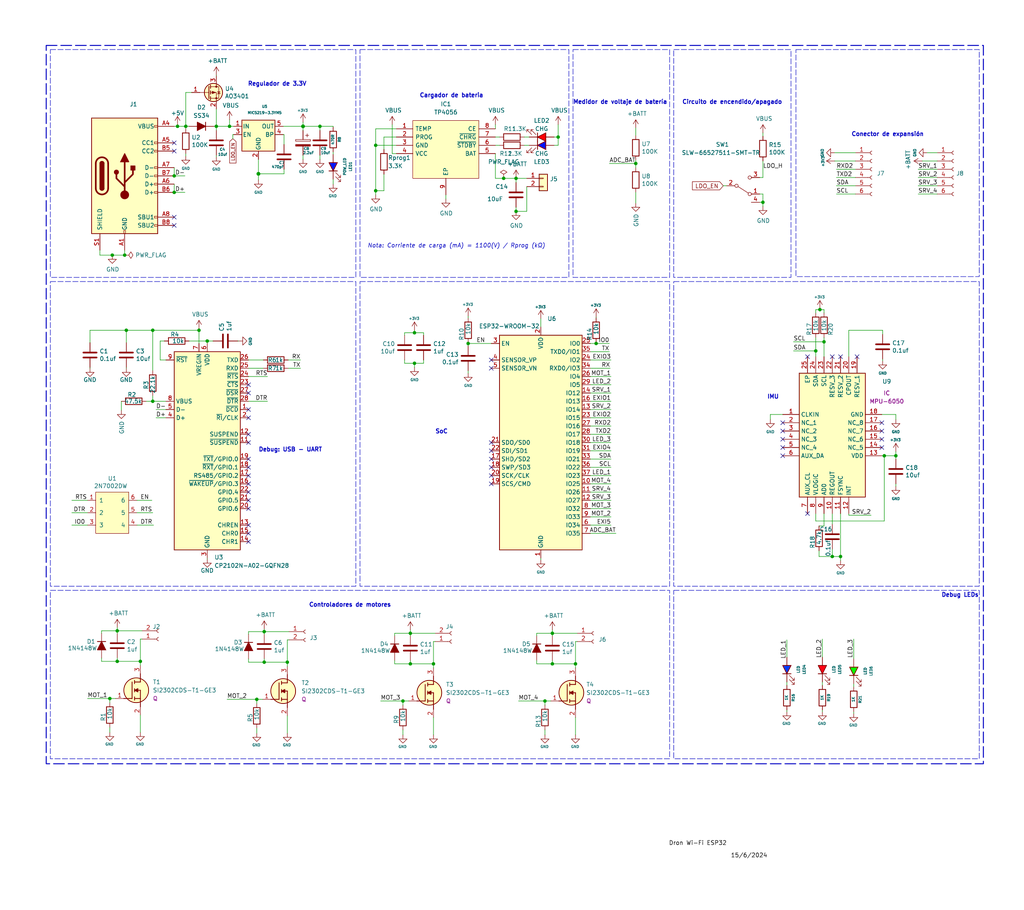
<source format=kicad_sch>
(kicad_sch (version 20231120) (generator "eeschema") (generator_version "8.0")
  (paper "User" 315.011 280.01)
  (lib_symbols
    (symbol "+3V3_1" (power) (pin_names (offset 0))
      (property "Value" "+3V3" (at 0 3.556 0))
      (symbol "+3V3_1_1_1"
        (pin power_in line (at 0 0 90) (length 0) hide (name "+3V3") (number "1"))
      )
    )
    (symbol "+3V3_2" (power) (pin_names (offset 0))
      (property "Value" "+3V3" (at 0 3.556 0))
      (symbol "+3V3_2_1_1"
        (pin power_in line (at 0 0 90) (length 0) hide (name "+3V3") (number "1"))
      )
    )
    (symbol "+3V3_3" (power) (pin_names (offset 0))
      (property "Value" "+3V3" (at 0 3.556 0))
      (symbol "+3V3_3_1_1"
        (pin power_in line (at 0 0 90) (length 0) hide (name "+3V3") (number "1"))
      )
    )
    (symbol "+3V3_4" (power) (pin_names (offset 0))
      (property "Value" "+3V3" (at 0 3.556 0))
      (symbol "+3V3_4_1_1"
        (pin power_in line (at 0 0 90) (length 0) hide (name "+3V3") (number "1"))
      )
    )
    (symbol "+3V3_5" (power) (pin_names (offset 0))
      (property "Value" "+3V3" (at 0 3.556 0))
      (symbol "+3V3_5_1_1"
        (pin power_in line (at 0 0 90) (length 0) hide (name "+3V3") (number "1"))
      )
    )
    (symbol "+3V3_6" (power) (pin_names (offset 0))
      (property "Value" "+3V3" (at 0 3.556 0))
      (symbol "+3V3_6_1_1"
        (pin power_in line (at 0 0 90) (length 0) hide (name "+3V3") (number "1"))
      )
    )
    (symbol "+3V3_7" (power) (pin_names (offset 0))
      (property "Value" "+3V3" (at 0 3.556 0))
      (symbol "+3V3_7_1_1"
        (pin power_in line (at 0 0 90) (length 0) hide (name "+3V3") (number "1"))
      )
    )
    (symbol "+BATT_1" (power) (pin_names (offset 0))
      (property "Value" "+BATT" (at 0 3.556 0))
      (symbol "+BATT_1_1_1"
        (pin power_in line (at 0 0 90) (length 0) hide (name "+BATT") (number "1"))
      )
    )
    (symbol "+BATT_2" (power) (pin_names (offset 0))
      (property "Value" "+BATT" (at 0 3.556 0))
      (symbol "+BATT_2_1_1"
        (pin power_in line (at 0 0 90) (length 0) hide (name "+BATT") (number "1"))
      )
    )
    (symbol "+BATT_3" (power) (pin_names (offset 0))
      (property "Value" "+BATT" (at 0 3.556 0))
      (symbol "+BATT_3_1_1"
        (pin power_in line (at 0 0 90) (length 0) hide (name "+BATT") (number "1"))
      )
    )
    (symbol "+BATT_4" (power) (pin_names (offset 0))
      (property "Value" "+BATT" (at 0 3.556 0))
      (symbol "+BATT_4_1_1"
        (pin power_in line (at 0 0 90) (length 0) hide (name "+BATT") (number "1"))
      )
    )
    (symbol "+BATT_5" (power) (pin_names (offset 0))
      (property "Value" "+BATT" (at 0 3.556 0))
      (symbol "+BATT_5_1_1"
        (pin power_in line (at 0 0 90) (length 0) hide (name "+BATT") (number "1"))
      )
    )
    (symbol "+BATT_6" (power) (pin_names (offset 0))
      (property "Value" "+BATT" (at 0 3.556 0))
      (symbol "+BATT_6_1_1"
        (pin power_in line (at 0 0 90) (length 0) hide (name "+BATT") (number "1"))
      )
    )
    (symbol "+BATT_7" (power) (pin_names (offset 0))
      (property "Value" "+BATT" (at 0 3.556 0))
      (symbol "+BATT_7_1_1"
        (pin power_in line (at 0 0 90) (length 0) hide (name "+BATT") (number "1"))
      )
    )
    (symbol "1N4148W_1" (pin_numbers hide) (pin_names hide)
      (property "Reference" "D5" (at -1.27 -4.572 90))
      (property "Value" "1N4148W" (at 0.762 -10.414 90))
      (symbol "1N4148W_1_1_1"
        (pin passive line (at -3.81 0 0) (length 2.54) (name "K") (number "1"))
        (pin passive line (at 3.81 0 180) (length 2.54) (name "A") (number "2"))
      )
    )
    (symbol "1N4148W_2" (pin_numbers hide) (pin_names hide)
      (property "Reference" "D3" (at -1.27 -4.572 90))
      (property "Value" "1N4148W" (at 0.762 -10.414 90))
      (symbol "1N4148W_2_1_1"
        (pin passive line (at -3.81 0 0) (length 2.54) (name "K") (number "1"))
        (pin passive line (at 3.81 0 180) (length 2.54) (name "A") (number "2"))
      )
    )
    (symbol "1N4148W_3" (pin_numbers hide) (pin_names hide)
      (property "Reference" "D4" (at -1.27 -4.572 90))
      (property "Value" "1N4148W" (at 0.762 -10.414 90))
      (symbol "1N4148W_3_1_1"
        (pin passive line (at -3.81 0 0) (length 2.54) (name "K") (number "1"))
        (pin passive line (at 3.81 0 180) (length 2.54) (name "A") (number "2"))
      )
    )
    (symbol "1N4148W_4" (pin_numbers hide) (pin_names hide)
      (property "Reference" "D2" (at -1.27 -4.572 90))
      (property "Value" "1N4148W" (at 0.762 -10.414 90))
      (symbol "1N4148W_4_1_1"
        (pin passive line (at -3.81 0 0) (length 2.54) (name "K") (number "1"))
        (pin passive line (at 3.81 0 180) (length 2.54) (name "A") (number "2"))
      )
    )
    (symbol "Connector:Conn_01x02_Female" (pin_names (offset 1.016) hide)
      (property "Reference" "J" (at 0 2.54 0))
      (property "Value" "Conn_01x02_Female" (at 0 -5.08 0))
      (symbol "Conn_01x02_Female_1_1"
        (pin passive line (at -5.08 0 0) (length 3.81) (name "Pin_1") (number "1"))
        (pin passive line (at -5.08 -2.54 0) (length 3.81) (name "Pin_2") (number "2"))
      )
    )
    (symbol "Connector:Conn_01x06_Female" (pin_names (offset 1.016) hide)
      (property "Reference" "J" (at 0 7.62 0))
      (property "Value" "Conn_01x06_Female" (at 0 -10.16 0))
      (symbol "Conn_01x06_Female_1_1"
        (pin passive line (at -5.08 5.08 0) (length 3.81) (name "Pin_1") (number "1"))
        (pin passive line (at -5.08 2.54 0) (length 3.81) (name "Pin_2") (number "2"))
        (pin passive line (at -5.08 0 0) (length 3.81) (name "Pin_3") (number "3"))
        (pin passive line (at -5.08 -2.54 0) (length 3.81) (name "Pin_4") (number "4"))
        (pin passive line (at -5.08 -5.08 0) (length 3.81) (name "Pin_5") (number "5"))
        (pin passive line (at -5.08 -7.62 0) (length 3.81) (name "Pin_6") (number "6"))
      )
    )
    (symbol "Connector_Generic:Conn_01x02" (pin_names (offset 1.016) hide)
      (property "Reference" "J" (at 0 2.54 0))
      (property "Value" "Conn_01x02" (at 0 -5.08 0))
      (symbol "Conn_01x02_1_1"
        (pin passive line (at -5.08 0 0) (length 3.81) (name "Pin_1") (number "1"))
        (pin passive line (at -5.08 -2.54 0) (length 3.81) (name "Pin_2") (number "2"))
      )
    )
    (symbol "Device:C" (pin_numbers hide) (pin_names (offset 0.254))
      (property "Reference" "C" (at 0.635 2.54 0))
      (property "Value" "C" (at 0.635 -2.54 0))
      (symbol "C_1_1"
        (pin passive line (at 0 3.81 270) (length 2.794) (name "~") (number "1"))
        (pin passive line (at 0 -3.81 90) (length 2.794) (name "~") (number "2"))
      )
    )
    (symbol "Device:C_Polarized" (pin_numbers hide) (pin_names (offset 0.254))
      (property "Reference" "C" (at 0.635 2.54 0))
      (property "Value" "C_Polarized" (at 0.635 -2.54 0))
      (symbol "C_Polarized_1_1"
        (pin passive line (at 0 3.81 270) (length 2.794) (name "~") (number "1"))
        (pin passive line (at 0 -3.81 90) (length 2.794) (name "~") (number "2"))
      )
    )
    (symbol "Device:R" (pin_numbers hide) (pin_names (offset 0))
      (property "Reference" "R" (at 2.032 0 90))
      (property "Value" "R" (at 0 0 90))
      (symbol "R_1_1"
        (pin passive line (at 0 3.81 270) (length 1.27) (name "~") (number "1"))
        (pin passive line (at 0 -3.81 90) (length 1.27) (name "~") (number "2"))
      )
    )
    (symbol "Diode:US1A" (pin_numbers hide) (pin_names (offset 1.016) hide)
      (property "Reference" "D1" (at 0 -7.112 0))
      (property "Value" "SS34" (at 0 -4.572 0))
      (symbol "US1A_1_1"
        (pin passive line (at -3.81 0 0) (length 2.54) (name "K") (number "1"))
        (pin passive line (at 3.81 0 180) (length 2.54) (name "A") (number "2"))
      )
    )
    (symbol "ESP32_TouchDown:DMG3415U-7" (pin_names (offset 0) hide)
      (property "Reference" "U2" (at 5.1816 1.1684 0))
      (property "Value" "AO3401" (at 5.1816 -1.143 0))
      (symbol "DMG3415U-7_1_1"
        (pin input line (at -5.08 0 0) (length 2.54) (name "G") (number "1"))
        (pin passive line (at 2.54 -5.08 90) (length 2.54) (name "S") (number "2"))
        (pin passive line (at 2.54 5.08 270) (length 2.54) (name "D") (number "3"))
      )
    )
    (symbol "GND_1" (power) (pin_names (offset 0))
      (property "Value" "GND" (at 0 -3.81 0))
      (symbol "GND_1_1_1"
        (pin power_in line (at 0 0 270) (length 0) hide (name "GND") (number "1"))
      )
    )
    (symbol "GND_10" (power) (pin_names (offset 0))
      (property "Value" "GND" (at 0 -3.81 0))
      (symbol "GND_10_1_1"
        (pin power_in line (at 0 0 270) (length 0) hide (name "GND") (number "1"))
      )
    )
    (symbol "GND_11" (power) (pin_names (offset 0))
      (property "Value" "GND" (at 0 -3.81 0))
      (symbol "GND_11_1_1"
        (pin power_in line (at 0 0 270) (length 0) hide (name "GND") (number "1"))
      )
    )
    (symbol "GND_12" (power) (pin_names (offset 0))
      (property "Value" "GND" (at 0 -3.81 0))
      (symbol "GND_12_1_1"
        (pin power_in line (at 0 0 270) (length 0) hide (name "GND") (number "1"))
      )
    )
    (symbol "GND_13" (power) (pin_names (offset 0))
      (property "Value" "GND" (at 0 -3.81 0))
      (symbol "GND_13_1_1"
        (pin power_in line (at 0 0 270) (length 0) hide (name "GND") (number "1"))
      )
    )
    (symbol "GND_14" (power) (pin_names (offset 0))
      (property "Value" "GND" (at 0 -3.81 0))
      (symbol "GND_14_1_1"
        (pin power_in line (at 0 0 270) (length 0) hide (name "GND") (number "1"))
      )
    )
    (symbol "GND_15" (power) (pin_names (offset 0))
      (property "Value" "GND" (at 0 -3.81 0))
      (symbol "GND_15_1_1"
        (pin power_in line (at 0 0 270) (length 0) hide (name "GND") (number "1"))
      )
    )
    (symbol "GND_16" (power) (pin_names (offset 0))
      (property "Value" "GND" (at 0 -3.81 0))
      (symbol "GND_16_1_1"
        (pin power_in line (at 0 0 270) (length 0) hide (name "GND") (number "1"))
      )
    )
    (symbol "GND_17" (power) (pin_names (offset 0))
      (property "Value" "GND" (at 0 -3.81 0))
      (symbol "GND_17_1_1"
        (pin power_in line (at 0 0 270) (length 0) hide (name "GND") (number "1"))
      )
    )
    (symbol "GND_18" (power) (pin_names (offset 0))
      (property "Value" "GND" (at 0 -3.81 0))
      (symbol "GND_18_1_1"
        (pin power_in line (at 0 0 270) (length 0) hide (name "GND") (number "1"))
      )
    )
    (symbol "GND_19" (power) (pin_names (offset 0))
      (property "Value" "GND" (at 0 -3.81 0))
      (symbol "GND_19_1_1"
        (pin power_in line (at 0 0 270) (length 0) hide (name "GND") (number "1"))
      )
    )
    (symbol "GND_2" (power) (pin_names (offset 0))
      (property "Value" "GND" (at 0 -3.81 0))
      (symbol "GND_2_1_1"
        (pin power_in line (at 0 0 270) (length 0) hide (name "GND") (number "1"))
      )
    )
    (symbol "GND_20" (power) (pin_names (offset 0))
      (property "Value" "GND" (at 0 -3.81 0))
      (symbol "GND_20_1_1"
        (pin power_in line (at 0 0 270) (length 0) hide (name "GND") (number "1"))
      )
    )
    (symbol "GND_21" (power) (pin_names (offset 0))
      (property "Value" "GND" (at 0 -3.81 0))
      (symbol "GND_21_1_1"
        (pin power_in line (at 0 0 270) (length 0) hide (name "GND") (number "1"))
      )
    )
    (symbol "GND_22" (power) (pin_names (offset 0))
      (property "Value" "GND" (at 0 -3.81 0))
      (symbol "GND_22_1_1"
        (pin power_in line (at 0 0 270) (length 0) hide (name "GND") (number "1"))
      )
    )
    (symbol "GND_23" (power) (pin_names (offset 0))
      (property "Value" "GND" (at 0 -3.81 0))
      (symbol "GND_23_1_1"
        (pin power_in line (at 0 0 270) (length 0) hide (name "GND") (number "1"))
      )
    )
    (symbol "GND_24" (power) (pin_names (offset 0))
      (property "Value" "GND" (at 0 -3.81 0))
      (symbol "GND_24_1_1"
        (pin power_in line (at 0 0 270) (length 0) hide (name "GND") (number "1"))
      )
    )
    (symbol "GND_25" (power) (pin_names (offset 0))
      (property "Value" "GND" (at 0 -3.81 0))
      (symbol "GND_25_1_1"
        (pin power_in line (at 0 0 270) (length 0) hide (name "GND") (number "1"))
      )
    )
    (symbol "GND_26" (power) (pin_names (offset 0))
      (property "Value" "GND" (at 0 -3.81 0))
      (symbol "GND_26_1_1"
        (pin power_in line (at 0 0 270) (length 0) hide (name "GND") (number "1"))
      )
    )
    (symbol "GND_27" (power) (pin_names (offset 0))
      (property "Value" "GND" (at 0 -3.81 0))
      (symbol "GND_27_1_1"
        (pin power_in line (at 0 0 270) (length 0) hide (name "GND") (number "1"))
      )
    )
    (symbol "GND_28" (power) (pin_names (offset 0))
      (property "Value" "GND" (at 0 -3.81 0))
      (symbol "GND_28_1_1"
        (pin power_in line (at 0 0 270) (length 0) hide (name "GND") (number "1"))
      )
    )
    (symbol "GND_29" (power) (pin_names (offset 0))
      (property "Value" "GND" (at 0 -3.81 0))
      (symbol "GND_29_1_1"
        (pin power_in line (at 0 0 270) (length 0) hide (name "GND") (number "1"))
      )
    )
    (symbol "GND_3" (power) (pin_names (offset 0))
      (property "Value" "GND" (at 0 -3.81 0))
      (symbol "GND_3_1_1"
        (pin power_in line (at 0 0 270) (length 0) hide (name "GND") (number "1"))
      )
    )
    (symbol "GND_30" (power) (pin_names (offset 0))
      (property "Value" "GND" (at 0 -3.81 0))
      (symbol "GND_30_1_1"
        (pin power_in line (at 0 0 270) (length 0) hide (name "GND") (number "1"))
      )
    )
    (symbol "GND_31" (power) (pin_names (offset 0))
      (property "Value" "GND" (at 0 -3.81 0))
      (symbol "GND_31_1_1"
        (pin power_in line (at 0 0 270) (length 0) hide (name "GND") (number "1"))
      )
    )
    (symbol "GND_32" (power) (pin_names (offset 0))
      (property "Value" "GND" (at 0 -3.81 0))
      (symbol "GND_32_1_1"
        (pin power_in line (at 0 0 270) (length 0) hide (name "GND") (number "1"))
      )
    )
    (symbol "GND_33" (power) (pin_names (offset 0))
      (property "Value" "GND" (at 0 -3.81 0))
      (symbol "GND_33_1_1"
        (pin power_in line (at 0 0 270) (length 0) hide (name "GND") (number "1"))
      )
    )
    (symbol "GND_34" (power) (pin_names (offset 0))
      (property "Value" "GND" (at 0 -3.81 0))
      (symbol "GND_34_1_1"
        (pin power_in line (at 0 0 270) (length 0) hide (name "GND") (number "1"))
      )
    )
    (symbol "GND_35" (power) (pin_names (offset 0))
      (property "Value" "GND" (at 0 -3.81 0))
      (symbol "GND_35_1_1"
        (pin power_in line (at 0 0 270) (length 0) hide (name "GND") (number "1"))
      )
    )
    (symbol "GND_36" (power) (pin_names (offset 0))
      (property "Value" "GND" (at 0 -3.81 0))
      (symbol "GND_36_1_1"
        (pin power_in line (at 0 0 270) (length 0) hide (name "GND") (number "1"))
      )
    )
    (symbol "GND_37" (power) (pin_names (offset 0))
      (property "Value" "GND" (at 0 -3.81 0))
      (symbol "GND_37_1_1"
        (pin power_in line (at 0 0 270) (length 0) hide (name "GND") (number "1"))
      )
    )
    (symbol "GND_4" (power) (pin_names (offset 0))
      (property "Value" "GND" (at 0 -3.81 0))
      (symbol "GND_4_1_1"
        (pin power_in line (at 0 0 270) (length 0) hide (name "GND") (number "1"))
      )
    )
    (symbol "GND_5" (power) (pin_names (offset 0))
      (property "Value" "GND" (at 0 -3.81 0))
      (symbol "GND_5_1_1"
        (pin power_in line (at 0 0 270) (length 0) hide (name "GND") (number "1"))
      )
    )
    (symbol "GND_6" (power) (pin_names (offset 0))
      (property "Value" "GND" (at 0 -3.81 0))
      (symbol "GND_6_1_1"
        (pin power_in line (at 0 0 270) (length 0) hide (name "GND") (number "1"))
      )
    )
    (symbol "GND_7" (power) (pin_names (offset 0))
      (property "Value" "GND" (at 0 -3.81 0))
      (symbol "GND_7_1_1"
        (pin power_in line (at 0 0 270) (length 0) hide (name "GND") (number "1"))
      )
    )
    (symbol "GND_8" (power) (pin_names (offset 0))
      (property "Value" "GND" (at 0 -3.81 0))
      (symbol "GND_8_1_1"
        (pin power_in line (at 0 0 270) (length 0) hide (name "GND") (number "1"))
      )
    )
    (symbol "GND_9" (power) (pin_names (offset 0))
      (property "Value" "GND" (at 0 -3.81 0))
      (symbol "GND_9_1_1"
        (pin power_in line (at 0 0 270) (length 0) hide (name "GND") (number "1"))
      )
    )
    (symbol "Interface_USB:CP2102N-Axx-xQFN28"
      (property "Reference" "U" (at -8.89 31.75 0))
      (property "Value" "CP2102N-Axx-xQFN28" (at 12.7 31.75 0))
      (symbol "CP2102N-Axx-xQFN28_1_1"
        (pin input line (at 12.7 12.7 180) (length 2.54) (name "~{DCD}") (number "1"))
        (pin no_connect line (at -10.16 -27.94 0) (length 2.54) hide (name "NC") (number "10"))
        (pin output line (at 12.7 2.54 180) (length 2.54) (name "~{SUSPEND}") (number "11"))
        (pin output line (at 12.7 5.08 180) (length 2.54) (name "SUSPEND") (number "12"))
        (pin output line (at 12.7 -22.86 180) (length 2.54) (name "CHREN") (number "13"))
        (pin output line (at 12.7 -27.94 180) (length 2.54) (name "CHR1") (number "14"))
        (pin output line (at 12.7 -25.4 180) (length 2.54) (name "CHR0") (number "15"))
        (pin bidirectional line (at 12.7 -10.16 180) (length 2.54) (name "~{WAKEUP}/GPIO.3") (number "16"))
        (pin bidirectional line (at 12.7 -7.62 180) (length 2.54) (name "RS485/GPIO.2") (number "17"))
        (pin bidirectional line (at 12.7 -5.08 180) (length 2.54) (name "~{RXT}/GPIO.1") (number "18"))
        (pin bidirectional line (at 12.7 -2.54 180) (length 2.54) (name "~{TXT}/GPIO.0") (number "19"))
        (pin bidirectional line (at 12.7 10.16 180) (length 2.54) (name "~{RI}/CLK") (number "2"))
        (pin bidirectional line (at 12.7 -17.78 180) (length 2.54) (name "GPIO.6") (number "20"))
        (pin bidirectional line (at 12.7 -15.24 180) (length 2.54) (name "GPIO.5") (number "21"))
        (pin bidirectional line (at 12.7 -12.7 180) (length 2.54) (name "GPIO.4") (number "22"))
        (pin input line (at 12.7 20.32 180) (length 2.54) (name "~{CTS}") (number "23"))
        (pin output line (at 12.7 22.86 180) (length 2.54) (name "~{RTS}") (number "24"))
        (pin input line (at 12.7 25.4 180) (length 2.54) (name "RXD") (number "25"))
        (pin output line (at 12.7 27.94 180) (length 2.54) (name "TXD") (number "26"))
        (pin input line (at 12.7 17.78 180) (length 2.54) (name "~{DSR}") (number "27"))
        (pin output line (at 12.7 15.24 180) (length 2.54) (name "~{DTR}") (number "28"))
        (pin passive line (at 0 -33.02 90) (length 2.54) hide (name "GND") (number "29"))
        (pin power_in line (at 0 -33.02 90) (length 2.54) (name "GND") (number "3"))
        (pin bidirectional line (at -12.7 10.16 0) (length 2.54) (name "D+") (number "4"))
        (pin bidirectional line (at -12.7 12.7 0) (length 2.54) (name "D-") (number "5"))
        (pin power_in line (at 0 33.02 270) (length 2.54) (name "VDD") (number "6"))
        (pin power_in line (at -2.54 33.02 270) (length 2.54) (name "VREGIN") (number "7"))
        (pin input line (at -12.7 15.24 0) (length 2.54) (name "VBUS") (number "8"))
        (pin input line (at -12.7 27.94 0) (length 2.54) (name "~{RST}") (number "9"))
      )
    )
    (symbol "LED_1" (pin_numbers hide) (pin_names (offset 1.016) hide)
      (property "Reference" "LED1" (at 0.0635 -5.334 0))
      (property "Value" "POW_LED" (at 0.0635 -3.556 0))
      (symbol "LED_1_1_1"
        (pin passive line (at -3.81 0 0) (length 2.54) (name "K") (number "1"))
        (pin passive line (at 3.81 0 180) (length 2.54) (name "A") (number "2"))
      )
    )
    (symbol "LED_2" (pin_numbers hide) (pin_names (offset 1.016) hide)
      (property "Reference" "LED4" (at 0.0635 -5.334 0))
      (property "Value" "LED" (at 0.0635 -3.556 0))
      (symbol "LED_2_1_1"
        (pin passive line (at -3.81 0 0) (length 2.54) (name "K") (number "1"))
        (pin passive line (at 3.81 0 180) (length 2.54) (name "A") (number "2"))
      )
    )
    (symbol "LED_3" (pin_numbers hide) (pin_names (offset 1.016) hide)
      (property "Reference" "LED6" (at 0.0635 -5.334 0))
      (property "Value" "LED" (at 0.0635 -3.556 0))
      (symbol "LED_3_1_1"
        (pin passive line (at -3.81 0 0) (length 2.54) (name "K") (number "1"))
        (pin passive line (at 3.81 0 180) (length 2.54) (name "A") (number "2"))
      )
    )
    (symbol "LED_4" (pin_numbers hide) (pin_names (offset 1.016) hide)
      (property "Reference" "LED2" (at 0 -5.08 0))
      (property "Value" "CHG" (at 0 -2.54 0))
      (symbol "LED_4_1_1"
        (pin passive line (at -3.81 0 0) (length 2.54) (name "K") (number "1"))
        (pin passive line (at 3.81 0 180) (length 2.54) (name "A") (number "2"))
      )
    )
    (symbol "LED_5" (pin_numbers hide) (pin_names (offset 1.016) hide)
      (property "Reference" "LED3" (at 0 -5.08 0))
      (property "Value" "CHG" (at 0 -2.54 0))
      (symbol "LED_5_1_1"
        (pin passive line (at -3.81 0 0) (length 2.54) (name "K") (number "1"))
        (pin passive line (at 3.81 0 180) (length 2.54) (name "A") (number "2"))
      )
    )
    (symbol "LED_6" (pin_numbers hide) (pin_names (offset 1.016) hide)
      (property "Reference" "LED5" (at 0.0635 -5.334 0))
      (property "Value" "LED" (at 0.0635 -3.556 0))
      (symbol "LED_6_1_1"
        (pin passive line (at -3.81 0 0) (length 2.54) (name "K") (number "1"))
        (pin passive line (at 3.81 0 180) (length 2.54) (name "A") (number "2"))
      )
    )
    (symbol "MPU-6050:MPU-6050"
      (property "Value" "MPU-6050" (at 0 0 0))
      (property "Reference_1" "IC" (at 26.67 17.78 0))
      (property "Value_1" "MPU-6050" (at 26.67 15.24 0))
      (symbol "MPU-6050_1_1"
        (pin passive line (at 0 0 0) (length 5.08) (name "CLKIN") (number "1"))
        (pin passive line (at 15.24 -30.48 90) (length 5.08) (name "REGOUT") (number "10"))
        (pin passive line (at 17.78 -30.48 90) (length 5.08) (name "FSYNC") (number "11"))
        (pin passive line (at 20.32 -30.48 90) (length 5.08) (name "INT") (number "12"))
        (pin passive line (at 30.48 -12.7 180) (length 5.08) (name "VDD") (number "13"))
        (pin passive line (at 30.48 -10.16 180) (length 5.08) (name "NC_5") (number "14"))
        (pin passive line (at 30.48 -7.62 180) (length 5.08) (name "NC_6") (number "15"))
        (pin passive line (at 30.48 -5.08 180) (length 5.08) (name "NC_7") (number "16"))
        (pin passive line (at 30.48 -2.54 180) (length 5.08) (name "NC_8") (number "17"))
        (pin passive line (at 30.48 0 180) (length 5.08) (name "GND") (number "18"))
        (pin passive line (at 22.86 17.78 270) (length 5.08) (name "RESV_1") (number "19"))
        (pin passive line (at 0 -2.54 0) (length 5.08) (name "NC_1") (number "2"))
        (pin passive line (at 20.32 17.78 270) (length 5.08) (name "CPOUT") (number "20"))
        (pin passive line (at 17.78 17.78 270) (length 5.08) (name "RESV_2") (number "21"))
        (pin passive line (at 15.24 17.78 270) (length 5.08) (name "RESV_3") (number "22"))
        (pin passive line (at 12.7 17.78 270) (length 5.08) (name "SCL") (number "23"))
        (pin passive line (at 10.16 17.78 270) (length 5.08) (name "SDA") (number "24"))
        (pin passive line (at 7.62 17.78 270) (length 5.08) (name "EP") (number "25"))
        (pin passive line (at 0 -5.08 0) (length 5.08) (name "NC_2") (number "3"))
        (pin passive line (at 0 -7.62 0) (length 5.08) (name "NC_3") (number "4"))
        (pin passive line (at 0 -10.16 0) (length 5.08) (name "NC_4") (number "5"))
        (pin passive line (at 0 -12.7 0) (length 5.08) (name "AUX_DA") (number "6"))
        (pin passive line (at 7.62 -30.48 90) (length 5.08) (name "AUX_CL") (number "7"))
        (pin passive line (at 10.16 -30.48 90) (length 5.08) (name "VLOGIC") (number "8"))
        (pin passive line (at 12.7 -30.48 90) (length 5.08) (name "AD0") (number "9"))
      )
    )
    (symbol "PWR_FLAG_1" (power) (pin_numbers hide) (pin_names (offset 0) hide)
      (property "Value" "PWR_FLAG" (at 0 3.81 0))
      (symbol "PWR_FLAG_1_0_0"
        (pin power_out line (at 0 0 90) (length 0) (name "pwr") (number "1"))
      )
    )
    (symbol "RF_Module:ESP32-WROOM-32"
      (property "Reference" "U" (at -12.7 34.29 0))
      (property "Value" "ESP32-WROOM-32" (at 1.27 34.29 0))
      (symbol "ESP32-WROOM-32_1_1"
        (pin power_in line (at 0 -35.56 90) (length 2.54) (name "GND") (number "1"))
        (pin bidirectional line (at 15.24 -12.7 180) (length 2.54) (name "IO25") (number "10"))
        (pin bidirectional line (at 15.24 -15.24 180) (length 2.54) (name "IO26") (number "11"))
        (pin bidirectional line (at 15.24 -17.78 180) (length 2.54) (name "IO27") (number "12"))
        (pin bidirectional line (at 15.24 10.16 180) (length 2.54) (name "IO14") (number "13"))
        (pin bidirectional line (at 15.24 15.24 180) (length 2.54) (name "IO12") (number "14"))
        (pin passive line (at 0 -35.56 90) (length 2.54) hide (name "GND") (number "15"))
        (pin bidirectional line (at 15.24 12.7 180) (length 2.54) (name "IO13") (number "16"))
        (pin bidirectional line (at -15.24 -5.08 0) (length 2.54) (name "SHD/SD2") (number "17"))
        (pin bidirectional line (at -15.24 -7.62 0) (length 2.54) (name "SWP/SD3") (number "18"))
        (pin bidirectional line (at -15.24 -12.7 0) (length 2.54) (name "SCS/CMD") (number "19"))
        (pin power_in line (at 0 35.56 270) (length 2.54) (name "VDD") (number "2"))
        (pin bidirectional line (at -15.24 -10.16 0) (length 2.54) (name "SCK/CLK") (number "20"))
        (pin bidirectional line (at -15.24 0 0) (length 2.54) (name "SDO/SD0") (number "21"))
        (pin bidirectional line (at -15.24 -2.54 0) (length 2.54) (name "SDI/SD1") (number "22"))
        (pin bidirectional line (at 15.24 7.62 180) (length 2.54) (name "IO15") (number "23"))
        (pin bidirectional line (at 15.24 25.4 180) (length 2.54) (name "IO2") (number "24"))
        (pin bidirectional line (at 15.24 30.48 180) (length 2.54) (name "IO0") (number "25"))
        (pin bidirectional line (at 15.24 20.32 180) (length 2.54) (name "IO4") (number "26"))
        (pin bidirectional line (at 15.24 5.08 180) (length 2.54) (name "IO16") (number "27"))
        (pin bidirectional line (at 15.24 2.54 180) (length 2.54) (name "IO17") (number "28"))
        (pin bidirectional line (at 15.24 17.78 180) (length 2.54) (name "IO5") (number "29"))
        (pin input line (at -15.24 30.48 0) (length 2.54) (name "EN") (number "3"))
        (pin bidirectional line (at 15.24 0 180) (length 2.54) (name "IO18") (number "30"))
        (pin bidirectional line (at 15.24 -2.54 180) (length 2.54) (name "IO19") (number "31"))
        (pin no_connect line (at -12.7 -27.94 0) (length 2.54) hide (name "NC") (number "32"))
        (pin bidirectional line (at 15.24 -5.08 180) (length 2.54) (name "IO21") (number "33"))
        (pin bidirectional line (at 15.24 22.86 180) (length 2.54) (name "RXD0/IO3") (number "34"))
        (pin bidirectional line (at 15.24 27.94 180) (length 2.54) (name "TXD0/IO1") (number "35"))
        (pin bidirectional line (at 15.24 -7.62 180) (length 2.54) (name "IO22") (number "36"))
        (pin bidirectional line (at 15.24 -10.16 180) (length 2.54) (name "IO23") (number "37"))
        (pin passive line (at 0 -35.56 90) (length 2.54) hide (name "GND") (number "38"))
        (pin passive line (at 0 -35.56 90) (length 2.54) hide (name "GND") (number "39"))
        (pin input line (at -15.24 25.4 0) (length 2.54) (name "SENSOR_VP") (number "4"))
        (pin input line (at -15.24 22.86 0) (length 2.54) (name "SENSOR_VN") (number "5"))
        (pin input line (at 15.24 -25.4 180) (length 2.54) (name "IO34") (number "6"))
        (pin input line (at 15.24 -27.94 180) (length 2.54) (name "IO35") (number "7"))
        (pin bidirectional line (at 15.24 -20.32 180) (length 2.54) (name "IO32") (number "8"))
        (pin bidirectional line (at 15.24 -22.86 180) (length 2.54) (name "IO33") (number "9"))
      )
    )
    (symbol "Regulator_Linear:MIC5219-3.3YM5" (pin_names (offset 0.254))
      (property "Reference" "U" (at -3.81 5.715 0))
      (property "Value" "MIC5219-3.3YM5" (at 0 5.715 0))
      (symbol "MIC5219-3.3YM5_1_1"
        (pin power_in line (at -7.62 2.54 0) (length 2.54) (name "IN") (number "1"))
        (pin power_in line (at 0 -7.62 90) (length 2.54) (name "GND") (number "2"))
        (pin input line (at -7.62 0 0) (length 2.54) (name "EN") (number "3"))
        (pin input line (at 7.62 0 180) (length 2.54) (name "BP") (number "4"))
        (pin power_out line (at 7.62 2.54 180) (length 2.54) (name "OUT") (number "5"))
      )
    )
    (symbol "SI2302DS-T1:SI2302DS-T1" (pin_names hide)
      (property "Reference" "T4" (at 11.684 5.0801 0))
      (property "Value" "SI2302DS-T1" (at 11.684 2.5401 0))
      (property "Reference_1" "Q" (at 11.684 0.0001 0))
      (symbol "SI2302DS-T1_1_1"
        (pin passive line (at 0 0 0) (length 2.54) (name "G") (number "1"))
        (pin passive line (at 7.62 -5.08 90) (length 2.54) (name "S") (number "2"))
        (pin passive line (at 7.62 10.16 270) (length 2.54) (name "D") (number "3"))
      )
    )
    (symbol "SI2302DS-T1_1" (pin_names hide)
      (property "Reference" "T1" (at 11.684 5.0801 0))
      (property "Value" "SI2302DS-T1" (at 11.684 2.5401 0))
      (property "Reference_1" "Q" (at 11.684 0.0001 0))
      (symbol "SI2302DS-T1_1_1_1"
        (pin passive line (at 0 0 0) (length 2.54) (name "G") (number "1"))
        (pin passive line (at 7.62 -5.08 90) (length 2.54) (name "S") (number "2"))
        (pin passive line (at 7.62 10.16 270) (length 2.54) (name "D") (number "3"))
      )
    )
    (symbol "SI2302DS-T1_2" (pin_names hide)
      (property "Reference" "T2" (at 11.684 5.0801 0))
      (property "Value" "SI2302DS-T1" (at 11.684 2.5401 0))
      (property "Reference_1" "Q" (at 11.684 0.0001 0))
      (symbol "SI2302DS-T1_2_1_1"
        (pin passive line (at 0 0 0) (length 2.54) (name "G") (number "1"))
        (pin passive line (at 7.62 -5.08 90) (length 2.54) (name "S") (number "2"))
        (pin passive line (at 7.62 10.16 270) (length 2.54) (name "D") (number "3"))
      )
    )
    (symbol "SI2302DS-T1_3" (pin_names hide)
      (property "Reference" "T3" (at 11.684 5.0801 0))
      (property "Value" "SI2302DS-T1" (at 11.684 2.5401 0))
      (property "Reference_1" "Q" (at 11.684 0.0001 0))
      (symbol "SI2302DS-T1_3_1_1"
        (pin passive line (at 0 0 0) (length 2.54) (name "G") (number "1"))
        (pin passive line (at 7.62 -5.08 90) (length 2.54) (name "S") (number "2"))
        (pin passive line (at 7.62 10.16 270) (length 2.54) (name "D") (number "3"))
      )
    )
    (symbol "Switch:SW_SPDT" (pin_names (offset 0) hide)
      (property "Reference" "SW3" (at -6.35 -12.7 0))
      (property "Value" "K3-1280S-F1 " (at -6.35 -10.16 0))
      (symbol "SW_SPDT_1_1"
        (pin passive line (at 5.08 2.54 180) (length 2.54) (name "A") (number "1"))
        (pin passive line (at -5.08 0 0) (length 2.54) (name "B") (number "2"))
        (pin passive line (at 5.08 -2.54 180) (length 2.54) (name "C") (number "3"))
        (pin input line (at 5.08 5.08 180) (length 2.54) (name "4") (number "4"))
      )
    )
    (symbol "TP4056-42-ESOP8:TP4056-42-ESOP8" (pin_names (offset 0.762))
      (property "Reference" "IC?" (at 15.24 7.62 0))
      (property "Value" "TP4056" (at 15.24 5.08 0))
      (symbol "TP4056-42-ESOP8_0_0"
        (pin passive line (at 0 0 0) (length 5.08) (name "TEMP") (number "1"))
        (pin passive line (at 0 -2.54 0) (length 5.08) (name "PROG") (number "2"))
        (pin passive line (at 0 -5.08 0) (length 5.08) (name "GND") (number "3"))
        (pin passive line (at 0 -7.62 0) (length 5.08) (name "VCC") (number "4"))
        (pin passive line (at 30.48 -7.62 180) (length 5.08) (name "BAT") (number "5"))
        (pin passive line (at 30.48 -5.08 180) (length 5.08) (name "~{STDBY}") (number "6"))
        (pin passive line (at 30.48 -2.54 180) (length 5.08) (name "~{CHRG}") (number "7"))
        (pin passive line (at 30.48 0 180) (length 5.08) (name "CE") (number "8"))
        (pin passive line (at 15.24 -20.32 90) (length 5.08) (name "EP") (number "9"))
      )
    )
    (symbol "VBUS_1" (power) (pin_names (offset 0))
      (property "Value" "VBUS" (at 0 3.81 0))
      (symbol "VBUS_1_1_1"
        (pin power_in line (at 0 0 90) (length 0) hide (name "VBUS") (number "1"))
      )
    )
    (symbol "VBUS_2" (power) (pin_names (offset 0))
      (property "Value" "VBUS" (at 0 3.81 0))
      (symbol "VBUS_2_1_1"
        (pin power_in line (at 0 0 90) (length 0) hide (name "VBUS") (number "1"))
      )
    )
    (symbol "VBUS_3" (power) (pin_names (offset 0))
      (property "Value" "VBUS" (at 0 3.81 0))
      (symbol "VBUS_3_1_1"
        (pin power_in line (at 0 0 90) (length 0) hide (name "VBUS") (number "1"))
      )
    )
    (symbol "VBUS_4" (power) (pin_names (offset 0))
      (property "Value" "VBUS" (at 0 3.81 0))
      (symbol "VBUS_4_1_1"
        (pin power_in line (at 0 0 90) (length 0) hide (name "VBUS") (number "1"))
      )
    )
    (symbol "VBUS_5" (power) (pin_names (offset 0))
      (property "Value" "VBUS" (at 0 3.81 0))
      (symbol "VBUS_5_1_1"
        (pin power_in line (at 0 0 90) (length 0) hide (name "VBUS") (number "1"))
      )
    )
    (symbol "downloader-rescue:DDC114TU-7-F-my" (pin_names (offset 1.016))
      (property "Reference" "U7" (at 0 10.541 0))
      (property "Value" "DDC114TU-7-F" (at 0 8.2296 0))
      (symbol "DDC114TU-7-F-my_1_1"
        (pin passive line (at -7.62 3.81 0) (length 2.54) (name "1") (number "1"))
        (pin passive line (at -7.62 0 0) (length 2.54) (name "2") (number "2"))
        (pin passive line (at -7.62 -3.81 0) (length 2.54) (name "3") (number "3"))
        (pin passive line (at 7.62 -3.81 180) (length 2.54) (name "4") (number "4"))
        (pin passive line (at 7.62 0 180) (length 2.54) (name "5") (number "5"))
        (pin passive line (at 7.62 3.81 180) (length 2.54) (name "6") (number "6"))
      )
    )
    (symbol "downloader-rescue:USB_C_Receptacle_USB2.0-Connector" (pin_names (offset 1.016))
      (property "Reference" "J" (at -10.16 19.05 0))
      (property "Value" "USB_C_Receptacle_USB2.0-Connector" (at 19.05 19.05 0))
      (symbol "USB_C_Receptacle_USB2.0-Connector_1_1"
        (pin power_in line (at 0 -22.86 90) (length 5.08) (name "GND") (number "A1"))
        (pin passive line (at 0 -22.86 90) (length 5.08) hide (name "GND") (number "A12"))
        (pin power_in line (at 15.24 15.24 180) (length 5.08) (name "VBUS") (number "A4"))
        (pin bidirectional line (at 15.24 10.16 180) (length 5.08) (name "CC1") (number "A5"))
        (pin bidirectional line (at 15.24 -2.54 180) (length 5.08) (name "D+") (number "A6"))
        (pin bidirectional line (at 15.24 2.54 180) (length 5.08) (name "D-") (number "A7"))
        (pin bidirectional line (at 15.24 -12.7 180) (length 5.08) (name "SBU1") (number "A8"))
        (pin passive line (at 15.24 15.24 180) (length 5.08) hide (name "VBUS") (number "A9"))
        (pin passive line (at 0 -22.86 90) (length 5.08) hide (name "GND") (number "B1"))
        (pin passive line (at 0 -22.86 90) (length 5.08) hide (name "GND") (number "B12"))
        (pin passive line (at 15.24 15.24 180) (length 5.08) hide (name "VBUS") (number "B4"))
        (pin bidirectional line (at 15.24 7.62 180) (length 5.08) (name "CC2") (number "B5"))
        (pin bidirectional line (at 15.24 -5.08 180) (length 5.08) (name "D+") (number "B6"))
        (pin bidirectional line (at 15.24 0 180) (length 5.08) (name "D-") (number "B7"))
        (pin bidirectional line (at 15.24 -15.24 180) (length 5.08) (name "SBU2") (number "B8"))
        (pin passive line (at 15.24 15.24 180) (length 5.08) hide (name "VBUS") (number "B9"))
        (pin passive line (at -7.62 -22.86 90) (length 5.08) (name "SHIELD") (number "S1"))
      )
    )
    (symbol "power:+3V3" (power) (pin_names (offset 0))
      (property "Value" "+3V3" (at 0 3.556 0))
      (symbol "+3V3_1_1"
        (pin power_in line (at 0 0 90) (length 0) hide (name "+3V3") (number "1"))
      )
    )
    (symbol "power:+5V" (power) (pin_names (offset 0))
      (property "Value" "+5V" (at 0 3.556 0))
      (symbol "+5V_1_1"
        (pin power_in line (at 0 0 90) (length 0) hide (name "+5V") (number "1"))
      )
    )
    (symbol "power:+BATT" (power) (pin_names (offset 0))
      (property "Value" "+BATT" (at 0 3.556 0))
      (symbol "+BATT_1_1"
        (pin power_in line (at 0 0 90) (length 0) hide (name "+BATT") (number "1"))
      )
    )
    (symbol "power:GND" (power) (pin_names (offset 0))
      (property "Value" "GND" (at 0 -3.81 0))
      (symbol "GND_1_1"
        (pin power_in line (at 0 0 270) (length 0) hide (name "GND") (number "1"))
      )
    )
    (symbol "power:PWR_FLAG" (power) (pin_numbers hide) (pin_names (offset 0) hide)
      (property "Value" "PWR_FLAG" (at 0 3.81 0))
      (symbol "PWR_FLAG_0_0"
        (pin power_out line (at 0 0 90) (length 0) (name "pwr") (number "1"))
      )
    )
    (symbol "power:VBUS" (power) (pin_names (offset 0))
      (property "Value" "VBUS" (at 0 3.81 0))
      (symbol "VBUS_1_1"
        (pin power_in line (at 0 0 90) (length 0) hide (name "VBUS") (number "1"))
      )
    )
  )
  (junction (at 158.75 65.024))
  (junction (at 115.57 44.704))
  (junction (at 177.038 204.216))
  (junction (at 272.034 140.208))
  (junction (at 70.612 38.862))
  (junction (at 78.994 215.138))
  (junction (at 53.594 59.182))
  (junction (at 93.218 38.862) (diameter 1.016))
  (junction (at 38.354 78.486))
  (junction (at 253.492 105.156))
  (junction (at 154.94 54.864))
  (junction (at 81.28 203.708))
  (junction (at 123.952 215.646))
  (junction (at 144.018 105.664))
  (junction (at 57.15 38.862))
  (junction (at 54.61 38.862))
  (junction (at 43.18 203.454))
  (junction (at 36.068 194.056))
  (junction (at 256.032 171.196))
  (junction (at 258.572 171.196))
  (junction (at 63.754 104.902))
  (junction (at 127.508 111.76))
  (junction (at 81.28 194.31))
  (junction (at 66.548 38.862))
  (junction (at 33.782 214.884))
  (junction (at 252.222 95.25))
  (junction (at 115.57 58.674))
  (junction (at 127.508 102.362))
  (junction (at 250.952 107.95))
  (junction (at 275.59 140.208))
  (junction (at 234.696 62.23))
  (junction (at 98.425 38.862))
  (junction (at 169.926 194.818))
  (junction (at 36.068 203.454))
  (junction (at 171.704 42.164))
  (junction (at 53.594 54.102))
  (junction (at 167.64 215.646))
  (junction (at 88.392 203.708))
  (junction (at 61.214 101.6))
  (junction (at 126.238 204.216))
  (junction (at 46.99 123.444))
  (junction (at 46.99 101.6))
  (junction (at 133.35 204.216))
  (junction (at 158.75 54.864))
  (junction (at 38.862 101.6))
  (junction (at 183.388 105.664))
  (junction (at 79.502 53.467) (diameter 1.016))
  (junction (at 195.58 50.292))
  (junction (at 126.238 194.818))
  (junction (at 169.926 204.216))
  (junction (at 34.544 78.486))
  (no_connect (at 240.792 135.128))
  (no_connect (at 271.272 130.048))
  (no_connect (at 76.454 148.844))
  (no_connect (at 271.272 135.128))
  (no_connect (at 76.454 166.624))
  (no_connect (at 76.454 156.464))
  (no_connect (at 151.13 110.744))
  (no_connect (at 76.454 125.984))
  (no_connect (at 240.792 132.588))
  (no_connect (at 53.594 69.342))
  (no_connect (at 76.454 153.924))
  (no_connect (at 271.272 132.588))
  (no_connect (at 151.13 146.304))
  (no_connect (at 76.454 120.904))
  (no_connect (at 53.594 43.942))
  (no_connect (at 76.454 161.544))
  (no_connect (at 76.454 118.364))
  (no_connect (at 151.13 148.844))
  (no_connect (at 263.652 109.728))
  (no_connect (at 76.454 143.764))
  (no_connect (at 240.792 140.208))
  (no_connect (at 76.454 146.304))
  (no_connect (at 76.454 151.384))
  (no_connect (at 248.412 109.728))
  (no_connect (at 76.454 164.084))
  (no_connect (at 240.792 137.668))
  (no_connect (at 53.594 46.482))
  (no_connect (at 76.454 141.224))
  (no_connect (at 248.412 157.988))
  (no_connect (at 151.13 136.144))
  (no_connect (at 151.13 143.764))
  (no_connect (at 76.454 128.524))
  (no_connect (at 258.572 109.728))
  (no_connect (at 240.792 130.048))
  (no_connect (at 76.454 133.604))
  (no_connect (at 256.032 109.728))
  (no_connect (at 271.272 137.668))
  (no_connect (at 53.594 66.802))
  (no_connect (at 151.13 138.684))
  (no_connect (at 151.13 113.284))
  (no_connect (at 76.454 136.144))
  (no_connect (at 151.13 141.224))
  (wire (pts (xy 43.18 203.454) (xy 36.068 203.454)))
  (wire (pts (xy 57.15 28.448) (xy 57.15 38.862)))
  (wire (pts (xy 271.526 101.6) (xy 271.526 102.87)))
  (wire (pts (xy 127.508 102.362) (xy 130.302 102.362)))
  (wire (pts (xy 144.018 105.664) (xy 144.018 106.426)))
  (wire (pts (xy 262.636 196.596) (xy 262.636 202.692)))
  (wire (pts (xy 177.038 197.358) (xy 177.546 197.358)))
  (wire (pts (xy 271.272 140.208) (xy 272.034 140.208)))
  (wire (pts (xy 123.952 215.646) (xy 123.952 216.916)))
  (wire (pts (xy 253.492 103.886) (xy 253.492 105.156)))
  (wire (pts (xy 127.508 111.76) (xy 130.302 111.76)))
  (wire (pts (xy 53.594 56.642) (xy 53.594 59.182)))
  (wire (pts (xy 87.376 52.07) (xy 87.376 53.467)))
  (wire (pts (xy 177.038 226.06) (xy 177.038 220.726)))
  (wire (pts (xy 27.686 105.41) (xy 27.686 101.6)))
  (wire (pts (xy 275.59 149.606) (xy 275.59 148.844)))
  (wire (pts (xy 250.952 95.25) (xy 252.222 95.25)))
  (wire (pts (xy 57.15 48.006) (xy 57.15 47.244)))
  (wire (pts (xy 130.302 111.76) (xy 130.302 110.744)))
  (wire (pts (xy 242.062 218.948) (xy 242.062 218.44)))
  (wire (pts (xy 233.68 59.69) (xy 234.696 59.69)))
  (wire (pts (xy 187.96 118.364) (xy 181.61 118.364)))
  (wire (pts (xy 88.392 203.708) (xy 81.28 203.708)))
  (wire (pts (xy 187.96 151.384) (xy 181.61 151.384)))
  (wire (pts (xy 102.489 39.116) (xy 102.489 38.862)))
  (wire (pts (xy 81.28 193.548) (xy 81.28 194.31)))
  (wire (pts (xy 31.242 194.056) (xy 36.068 194.056)))
  (wire (pts (xy 133.35 204.216) (xy 126.238 204.216)))
  (wire (pts (xy 152.4 44.704) (xy 153.67 44.704)))
  (wire (pts (xy 70.612 38.862) (xy 71.882 38.862)))
  (wire (pts (xy 38.354 78.486) (xy 34.544 78.486)))
  (wire (pts (xy 261.112 101.6) (xy 271.526 101.6)))
  (wire (pts (xy 169.926 193.802) (xy 169.926 194.818)))
  (wire (pts (xy 195.58 62.484) (xy 195.58 59.182)))
  (wire (pts (xy 177.038 204.216) (xy 177.038 205.486)))
  (wire (pts (xy 30.734 78.486) (xy 34.544 78.486)))
  (wire (pts (xy 161.29 42.164) (xy 162.814 42.164)))
  (wire (pts (xy 76.454 194.31) (xy 76.454 195.072)))
  (wire (pts (xy 177.038 197.358) (xy 177.038 204.216)))
  (wire (pts (xy 240.792 127.508) (xy 236.982 127.508)))
  (wire (pts (xy 250.952 157.988) (xy 250.952 160.274)))
  (wire (pts (xy 169.926 204.216) (xy 165.1 204.216)))
  (wire (pts (xy 256.032 161.29) (xy 256.032 157.988)))
  (wire (pts (xy 159.512 215.646) (xy 167.64 215.646)))
  (wire (pts (xy 88.9 194.31) (xy 81.28 194.31)))
  (wire (pts (xy 256.032 168.91) (xy 256.032 171.196)))
  (wire (pts (xy 92.456 113.284) (xy 88.646 113.284)))
  (wire (pts (xy 242.062 209.804) (xy 242.062 210.82)))
  (wire (pts (xy 65.532 104.902) (xy 63.754 104.902)))
  (wire (pts (xy 236.982 127.508) (xy 236.982 129.032)))
  (wire (pts (xy 256.794 46.99) (xy 263.144 46.99)))
  (wire (pts (xy 250.952 96.266) (xy 250.952 95.25)))
  (wire (pts (xy 275.59 140.208) (xy 275.59 141.224)))
  (wire (pts (xy 61.214 101.092) (xy 61.214 101.6)))
  (wire (pts (xy 167.64 215.646) (xy 167.64 216.916)))
  (wire (pts (xy 187.96 123.444) (xy 181.61 123.444)))
  (wire (pts (xy 152.4 38.354) (xy 152.4 39.624)))
  (wire (pts (xy 187.96 153.924) (xy 181.61 153.924)))
  (wire (pts (xy 244.094 107.95) (xy 250.952 107.95)))
  (wire (pts (xy 36.068 193.04) (xy 36.068 194.056)))
  (wire (pts (xy 66.548 33.528) (xy 66.548 38.862)))
  (wire (pts (xy 102.489 46.736) (xy 102.489 47.498)))
  (wire (pts (xy 257.302 59.69) (xy 263.144 59.69)))
  (wire (pts (xy 66.548 38.862) (xy 66.548 40.132)))
  (wire (pts (xy 187.96 120.904) (xy 181.61 120.904)))
  (wire (pts (xy 42.164 161.544) (xy 47.244 161.544)))
  (wire (pts (xy 187.96 115.824) (xy 181.61 115.824)))
  (wire (pts (xy 46.99 121.666) (xy 46.99 123.444)))
  (wire (pts (xy 76.454 203.708) (xy 76.454 202.692)))
  (wire (pts (xy 31.242 203.454) (xy 31.242 202.438)))
  (wire (pts (xy 234.696 62.23) (xy 234.696 63.5)))
  (wire (pts (xy 133.858 197.358) (xy 133.35 197.358)))
  (wire (pts (xy 65.786 38.862) (xy 66.548 38.862)))
  (wire (pts (xy 252.222 95.25) (xy 252.222 94.996)))
  (wire (pts (xy 234.696 49.53) (xy 234.696 54.61)))
  (wire (pts (xy 256.794 49.53) (xy 263.144 49.53)))
  (wire (pts (xy 61.214 101.6) (xy 61.214 105.664)))
  (wire (pts (xy 46.99 123.444) (xy 51.054 123.444)))
  (wire (pts (xy 187.452 108.204) (xy 181.61 108.204)))
  (wire (pts (xy 123.952 226.06) (xy 123.952 224.536)))
  (wire (pts (xy 26.924 161.544) (xy 22.098 161.544)))
  (wire (pts (xy 57.15 38.862) (xy 58.166 38.862)))
  (wire (pts (xy 126.238 193.802) (xy 126.238 194.818)))
  (wire (pts (xy 187.96 146.304) (xy 181.61 146.304)))
  (wire (pts (xy 165.1 204.216) (xy 165.1 203.2)))
  (wire (pts (xy 31.242 194.056) (xy 31.242 194.818)))
  (wire (pts (xy 251.968 171.196) (xy 256.032 171.196)))
  (wire (pts (xy 144.018 105.664) (xy 151.13 105.664)))
  (wire (pts (xy 48.006 128.524) (xy 51.054 128.524)))
  (wire (pts (xy 53.594 54.102) (xy 56.896 54.102)))
  (wire (pts (xy 66.548 47.752) (xy 66.548 48.26)))
  (wire (pts (xy 187.96 161.544) (xy 181.61 161.544)))
  (wire (pts (xy 115.57 44.704) (xy 115.57 58.674)))
  (wire (pts (xy 121.92 44.704) (xy 115.57 44.704)))
  (wire (pts (xy 152.4 42.164) (xy 153.67 42.164)))
  (wire (pts (xy 126.238 204.216) (xy 121.412 204.216)))
  (wire (pts (xy 50.546 104.902) (xy 49.276 104.902)))
  (wire (pts (xy 48.006 125.984) (xy 51.054 125.984)))
  (wire (pts (xy 234.696 40.894) (xy 234.696 41.91)))
  (wire (pts (xy 162.052 65.024) (xy 158.75 65.024)))
  (wire (pts (xy 166.37 172.212) (xy 166.37 171.704)))
  (wire (pts (xy 93.218 47.752) (xy 93.218 49.022)))
  (wire (pts (xy 81.026 110.744) (xy 76.454 110.744)))
  (wire (pts (xy 87.376 44.45) (xy 87.376 41.402)))
  (wire (pts (xy 92.456 110.744) (xy 88.646 110.744)))
  (wire (pts (xy 154.94 54.864) (xy 158.75 54.864)))
  (wire (pts (xy 144.018 97.282) (xy 144.018 97.79)))
  (wire (pts (xy 275.59 127.508) (xy 271.272 127.508)))
  (wire (pts (xy 133.35 226.06) (xy 133.35 220.726)))
  (wire (pts (xy 258.572 172.466) (xy 258.572 171.196)))
  (wire (pts (xy 171.704 38.354) (xy 171.704 42.164)))
  (wire (pts (xy 88.392 203.708) (xy 88.392 204.978)))
  (wire (pts (xy 79.502 53.467) (xy 79.502 55.372)))
  (wire (pts (xy 78.994 215.138) (xy 78.994 216.408)))
  (wire (pts (xy 93.218 38.862) (xy 98.425 38.862)))
  (wire (pts (xy 256.032 171.196) (xy 258.572 171.196)))
  (wire (pts (xy 234.696 59.69) (xy 234.696 62.23)))
  (wire (pts (xy 43.18 225.298) (xy 43.18 219.964)))
  (wire (pts (xy 121.92 39.624) (xy 115.57 39.624)))
  (wire (pts (xy 38.862 101.6) (xy 46.99 101.6)))
  (wire (pts (xy 124.46 103.124) (xy 124.46 102.362)))
  (wire (pts (xy 54.61 38.862) (xy 57.15 38.862)))
  (wire (pts (xy 285.242 46.99) (xy 288.29 46.99)))
  (wire (pts (xy 169.926 203.2) (xy 169.926 204.216)))
  (wire (pts (xy 35.56 214.884) (xy 33.782 214.884)))
  (wire (pts (xy 251.968 169.418) (xy 251.968 171.196)))
  (wire (pts (xy 183.388 105.41) (xy 183.388 105.664)))
  (wire (pts (xy 79.502 49.022) (xy 79.502 53.467)))
  (wire (pts (xy 26.924 153.924) (xy 22.098 153.924)))
  (wire (pts (xy 53.594 59.182) (xy 56.896 59.182)))
  (wire (pts (xy 257.302 54.61) (xy 263.144 54.61)))
  (wire (pts (xy 58.166 104.902) (xy 63.754 104.902)))
  (wire (pts (xy 78.994 225.552) (xy 78.994 224.028)))
  (wire (pts (xy 127.508 101.6) (xy 127.508 102.362)))
  (wire (pts (xy 177.038 204.216) (xy 169.926 204.216)))
  (wire (pts (xy 261.112 158.496) (xy 267.97 158.496)))
  (wire (pts (xy 271.526 110.998) (xy 271.526 110.49)))
  (wire (pts (xy 251.968 161.798) (xy 253.492 161.798)))
  (wire (pts (xy 81.28 203.708) (xy 76.454 203.708)))
  (wire (pts (xy 282.448 59.69) (xy 288.29 59.69)))
  (wire (pts (xy 242.062 196.85) (xy 242.062 202.184)))
  (wire (pts (xy 26.924 214.884) (xy 33.782 214.884)))
  (wire (pts (xy 42.164 153.924) (xy 46.736 153.924)))
  (wire (pts (xy 88.392 196.85) (xy 88.9 196.85)))
  (wire (pts (xy 38.862 113.284) (xy 38.862 113.03)))
  (wire (pts (xy 71.628 42.672) (xy 71.628 41.402)))
  (wire (pts (xy 195.58 39.37) (xy 195.58 41.656)))
  (wire (pts (xy 183.388 105.664) (xy 181.61 105.664)))
  (wire (pts (xy 187.96 128.524) (xy 181.61 128.524)))
  (wire (pts (xy 120.65 38.354) (xy 120.65 47.244)))
  (wire (pts (xy 253.492 161.798) (xy 253.492 157.988)))
  (wire (pts (xy 115.57 58.674) (xy 115.57 59.944)))
  (wire (pts (xy 115.57 39.624) (xy 115.57 44.704)))
  (wire (pts (xy 58.928 28.448) (xy 57.15 28.448)))
  (wire (pts (xy 126.238 203.2) (xy 126.238 204.216)))
  (wire (pts (xy 49.276 110.744) (xy 51.054 110.744)))
  (wire (pts (xy 275.59 138.938) (xy 275.59 140.208)))
  (wire (pts (xy 187.96 138.684) (xy 181.61 138.684)))
  (wire (pts (xy 87.376 41.402) (xy 87.122 41.402)))
  (wire (pts (xy 257.302 57.15) (xy 263.144 57.15)))
  (wire (pts (xy 252.984 196.596) (xy 252.984 202.184)))
  (wire (pts (xy 63.754 171.958) (xy 63.754 171.704)))
  (wire (pts (xy 124.46 111.76) (xy 127.508 111.76)))
  (wire (pts (xy 54.61 38.354) (xy 54.61 38.862)))
  (wire (pts (xy 121.92 47.244) (xy 120.65 47.244)))
  (wire (pts (xy 187.96 156.464) (xy 181.61 156.464)))
  (wire (pts (xy 36.068 194.056) (xy 36.068 194.818)))
  (wire (pts (xy 80.772 215.138) (xy 78.994 215.138)))
  (wire (pts (xy 124.46 110.744) (xy 124.46 111.76)))
  (wire (pts (xy 187.96 136.144) (xy 181.61 136.144)))
  (wire (pts (xy 282.448 57.15) (xy 288.29 57.15)))
  (wire (pts (xy 144.018 105.41) (xy 144.018 105.664)))
  (wire (pts (xy 252.984 209.804) (xy 252.984 210.82)))
  (wire (pts (xy 187.96 125.984) (xy 181.61 125.984)))
  (wire (pts (xy 66.548 23.114) (xy 66.548 23.368)))
  (wire (pts (xy 118.11 42.164) (xy 121.92 42.164)))
  (wire (pts (xy 93.218 37.592) (xy 93.218 38.862)))
  (wire (pts (xy 98.425 40.132) (xy 98.425 38.862)))
  (wire (pts (xy 38.354 76.962) (xy 38.354 78.486)))
  (wire (pts (xy 152.4 54.864) (xy 154.94 54.864)))
  (wire (pts (xy 43.18 203.454) (xy 43.18 204.724)))
  (wire (pts (xy 261.112 157.988) (xy 261.112 158.496)))
  (wire (pts (xy 43.688 196.596) (xy 43.18 196.596)))
  (wire (pts (xy 33.782 225.298) (xy 33.782 223.774)))
  (wire (pts (xy 87.122 38.862) (xy 93.218 38.862)))
  (wire (pts (xy 244.094 105.156) (xy 253.492 105.156)))
  (wire (pts (xy 187.452 50.292) (xy 195.58 50.292)))
  (wire (pts (xy 124.46 102.362) (xy 127.508 102.362)))
  (wire (pts (xy 169.926 194.818) (xy 165.1 194.818)))
  (wire (pts (xy 27.686 113.284) (xy 27.686 113.03)))
  (wire (pts (xy 44.958 123.444) (xy 46.99 123.444)))
  (wire (pts (xy 187.96 159.004) (xy 181.61 159.004)))
  (wire (pts (xy 53.594 51.562) (xy 53.594 54.102)))
  (wire (pts (xy 81.28 194.31) (xy 81.28 195.072)))
  (wire (pts (xy 53.594 38.862) (xy 54.61 38.862)))
  (wire (pts (xy 118.11 45.974) (xy 118.11 42.164)))
  (wire (pts (xy 187.96 143.764) (xy 181.61 143.764)))
  (wire (pts (xy 250.952 109.728) (xy 250.952 107.95)))
  (wire (pts (xy 167.64 226.06) (xy 167.64 224.536)))
  (wire (pts (xy 26.924 157.734) (xy 22.098 157.734)))
  (wire (pts (xy 258.572 157.988) (xy 258.572 171.196)))
  (wire (pts (xy 118.11 53.594) (xy 118.11 58.674)))
  (wire (pts (xy 36.068 194.056) (xy 43.688 194.056)))
  (wire (pts (xy 177.546 194.818) (xy 169.926 194.818)))
  (wire (pts (xy 272.034 140.208) (xy 275.59 140.208)))
  (wire (pts (xy 223.52 57.15) (xy 222.504 57.15)))
  (wire (pts (xy 125.73 215.646) (xy 123.952 215.646)))
  (wire (pts (xy 118.11 58.674) (xy 115.57 58.674)))
  (wire (pts (xy 170.434 44.704) (xy 171.704 44.704)))
  (wire (pts (xy 42.164 157.734) (xy 46.99 157.734)))
  (wire (pts (xy 170.434 42.164) (xy 171.704 42.164)))
  (wire (pts (xy 195.58 49.276) (xy 195.58 50.292)))
  (wire (pts (xy 253.492 95.25) (xy 252.222 95.25)))
  (wire (pts (xy 46.99 101.6) (xy 46.99 114.046)))
  (wire (pts (xy 117.094 215.646) (xy 123.952 215.646)))
  (wire (pts (xy 66.548 38.862) (xy 70.612 38.862)))
  (wire (pts (xy 126.238 194.818) (xy 126.238 195.58)))
  (wire (pts (xy 187.96 131.064) (xy 181.61 131.064)))
  (wire (pts (xy 158.75 54.864) (xy 162.052 54.864)))
  (wire (pts (xy 233.68 62.23) (xy 234.696 62.23)))
  (wire (pts (xy 250.952 160.274) (xy 272.034 160.274)))
  (wire (pts (xy 33.782 214.884) (xy 33.782 216.154)))
  (wire (pts (xy 46.99 101.6) (xy 61.214 101.6)))
  (wire (pts (xy 275.59 129.032) (xy 275.59 127.508)))
  (wire (pts (xy 272.034 160.274) (xy 272.034 140.208)))
  (wire (pts (xy 130.302 102.362) (xy 130.302 103.124)))
  (wire (pts (xy 69.85 215.138) (xy 78.994 215.138)))
  (wire (pts (xy 282.448 52.07) (xy 288.29 52.07)))
  (wire (pts (xy 187.452 105.664) (xy 183.388 105.664)))
  (wire (pts (xy 43.18 196.596) (xy 43.18 203.454)))
  (wire (pts (xy 126.238 194.818) (xy 133.858 194.818)))
  (wire (pts (xy 102.489 55.118) (xy 102.489 56.642)))
  (wire (pts (xy 252.984 218.948) (xy 252.984 218.44)))
  (wire (pts (xy 158.75 54.864) (xy 158.75 56.134)))
  (wire (pts (xy 30.734 76.962) (xy 30.734 78.486)))
  (wire (pts (xy 127.508 111.76) (xy 127.508 113.03)))
  (wire (pts (xy 27.686 101.6) (xy 38.862 101.6)))
  (wire (pts (xy 88.392 225.552) (xy 88.392 220.218)))
  (wire (pts (xy 152.4 47.244) (xy 152.4 54.864)))
  (wire (pts (xy 81.28 202.692) (xy 81.28 203.708)))
  (wire (pts (xy 158.75 65.024) (xy 158.75 63.754)))
  (wire (pts (xy 98.425 47.752) (xy 98.425 49.022)))
  (wire (pts (xy 169.926 194.818) (xy 169.926 195.58)))
  (wire (pts (xy 161.29 44.704) (xy 162.814 44.704)))
  (wire (pts (xy 63.754 105.664) (xy 63.754 104.902)))
  (wire (pts (xy 189.484 164.084) (xy 181.61 164.084)))
  (wire (pts (xy 171.704 42.164) (xy 171.704 44.704)))
  (wire (pts (xy 81.28 194.31) (xy 76.454 194.31)))
  (wire (pts (xy 36.068 202.438) (xy 36.068 203.454)))
  (wire (pts (xy 162.052 57.404) (xy 162.052 65.024)))
  (wire (pts (xy 87.376 53.467) (xy 79.502 53.467)))
  (wire (pts (xy 262.636 210.312) (xy 262.636 211.328)))
  (wire (pts (xy 70.612 36.83) (xy 70.612 38.862)))
  (wire (pts (xy 73.406 104.902) (xy 73.152 104.902)))
  (wire (pts (xy 195.58 50.292) (xy 195.58 51.562)))
  (wire (pts (xy 38.862 101.6) (xy 38.862 105.41)))
  (wire (pts (xy 183.388 97.536) (xy 183.388 97.79)))
  (wire (pts (xy 71.628 41.402) (xy 71.882 41.402)))
  (wire (pts (xy 187.96 148.844) (xy 181.61 148.844)))
  (wire (pts (xy 253.492 109.728) (xy 253.492 105.156)))
  (wire (pts (xy 262.636 219.456) (xy 262.636 218.948)))
  (wire (pts (xy 49.276 104.902) (xy 49.276 110.744)))
  (wire (pts (xy 82.296 123.444) (xy 76.454 123.444)))
  (wire (pts (xy 250.952 103.886) (xy 250.952 107.95)))
  (wire (pts (xy 187.96 141.224) (xy 181.61 141.224)))
  (wire (pts (xy 81.026 113.284) (xy 76.454 113.284)))
  (wire (pts (xy 261.112 109.728) (xy 261.112 101.6)))
  (wire (pts (xy 121.412 204.216) (xy 121.412 203.2)))
  (wire (pts (xy 166.37 98.044) (xy 166.37 100.584)))
  (wire (pts (xy 282.448 54.61) (xy 288.29 54.61)))
  (wire (pts (xy 257.302 52.07) (xy 263.144 52.07)))
  (wire (pts (xy 283.718 49.53) (xy 288.29 49.53)))
  (wire (pts (xy 187.96 110.744) (xy 181.61 110.744)))
  (wire (pts (xy 88.392 196.85) (xy 88.392 203.708)))
  (wire (pts (xy 93.218 38.862) (xy 93.218 40.132)))
  (wire (pts (xy 98.425 38.862) (xy 102.489 38.862)))
  (wire (pts (xy 126.238 194.818) (xy 121.412 194.818)))
  (wire (pts (xy 233.68 54.61) (xy 234.696 54.61)))
  (wire (pts (xy 187.706 113.284) (xy 181.61 113.284)))
  (wire (pts (xy 133.35 197.358) (xy 133.35 204.216)))
  (wire (pts (xy 165.1 194.818) (xy 165.1 195.58)))
  (wire (pts (xy 57.15 38.862) (xy 57.15 39.624)))
  (wire (pts (xy 253.492 96.266) (xy 253.492 95.25)))
  (wire (pts (xy 169.418 215.646) (xy 167.64 215.646)))
  (wire (pts (xy 121.412 194.818) (xy 121.412 195.58)))
  (wire (pts (xy 36.068 203.454) (xy 31.242 203.454)))
  (wire (pts (xy 133.35 204.216) (xy 133.35 205.486)))
  (wire (pts (xy 37.338 126.238) (xy 37.338 123.444)))
  (wire (pts (xy 187.96 133.604) (xy 181.61 133.604)))
  (wire (pts (xy 144.018 114.808) (xy 144.018 114.046)))
  (wire (pts (xy 82.296 115.824) (xy 76.454 115.824)))
  (wire (pts (xy 137.16 61.214) (xy 137.16 59.944)))
  (rectangle (start 207.264 15.24) (end 243.332 85.344) (stroke (width 0) (type dash)))
  (rectangle (start 207.264 86.614) (end 301.244 180.34) (stroke (width 0) (type dash)))
  (rectangle (start 110.744 86.614) (end 205.994 180.34) (stroke (width 0) (type dash)))
  (rectangle (start 15.494 15.24) (end 109.474 85.344) (stroke (width 0) (type dash)))
  (rectangle (start 244.856 15.24) (end 301.244 85.09) (stroke (width 0) (type dash)))
  (rectangle (start 110.744 15.24) (end 175.006 85.344) (stroke (width 0) (type dash)))
  (rectangle (start 176.276 15.24) (end 205.994 85.344) (stroke (width 0) (type dash)))
  (rectangle (start 14.224 13.97) (end 302.514 234.95) (stroke (width 0.3) (type dash)))
  (rectangle (start 15.494 86.614) (end 109.474 180.34) (stroke (width 0) (type dash)))
  (rectangle (start 207.264 181.61) (end 301.244 233.426) (stroke (width 0) (type dash)))
  (rectangle (start 15.494 181.61) (end 205.994 233.426) (stroke (width 0) (type dash)))
  (text "Debug: USB - UART" (at 79.502 139.192 0) (effects (font (size 1.27 1.27) (thickness 0.254) (bold yes)) (justify left bottom)))
  (text "SoC" (at 133.858 133.604 0) (effects (font (size 1.27 1.27) (thickness 0.254) (bold yes)) (justify left bottom)))
  (text "Circuito de encendido/apagado" (at 209.804 32.258 0) (effects (font (size 1.27 1.27) (thickness 0.254) (bold yes)) (justify left bottom)))
  (text "Conector de expansión" (at 261.874 42.164 0) (effects (font (size 1.27 1.27) (thickness 0.254) (bold yes)) (justify left bottom)))
  (text "Medidor de voltaje de batería\n" (at 176.276 32.258 0) (effects (font (size 1.27 1.27) (thickness 0.254) (bold yes)) (justify left bottom)))
  (text "Nota: Corriente de carga (mA) = 1100(V) / Rprog (kΩ)" (at 113.03 76.454 0) (effects (font (size 1.27 1.27) (italic yes)) (justify left bottom)))
  (text "Debug LEDs" (at 289.56 183.896 0) (effects (font (size 1.27 1.27) (thickness 0.254) (bold yes)) (justify left bottom)))
  (text "Controladores de motores" (at 94.996 186.944 0) (effects (font (size 1.27 1.27) (thickness 0.254) (bold yes)) (justify left bottom)))
  (text "Cargador de bateria" (at 129.032 30.226 0) (effects (font (size 1.27 1.27) (thickness 0.254) (bold yes)) (justify left bottom)))
  (text "Regulador de 3.3V" (at 76.2 26.67 0) (effects (font (size 1.27 1.27) (thickness 0.254) (bold yes)) (justify left bottom)))
  (text "IMU" (at 235.966 122.936 0) (effects (font (size 1.27 1.27) (thickness 0.254) (bold yes)) (justify left bottom)))
  (label "SRV_1" (at 187.96 120.904 180))
  (label "ADC_BAT" (at 187.452 50.292 0))
  (label "MOT_1" (at 26.924 214.884 0))
  (label "Dron Wi-Fi ESP32" (at 205.74 260.35 0))
  (label "SDA" (at 257.302 57.15 0))
  (label "DTR" (at 43.18 161.544 0))
  (label "LED_2" (at 252.984 196.596 270))
  (label "TXD2" (at 187.96 133.604 180))
  (label "SRV_3" (at 187.96 153.924 180))
  (label "LED_2" (at 187.96 118.364 180))
  (label "15{slash}6{slash}2024" (at 224.79 264.16 0))
  (label "LED_1" (at 187.96 146.304 180))
  (label "EN" (at 43.18 153.924 0))
  (label "RXD2" (at 257.302 52.07 0))
  (label "IO0" (at 22.86 161.544 0))
  (label "D+" (at 56.896 59.182 180))
  (label "SRV_2" (at 267.97 158.496 180))
  (label "RX" (at 92.456 110.744 180))
  (label "SCL" (at 257.302 59.69 0))
  (label "RTS" (at 23.114 153.924 0))
  (label "RX" (at 187.706 113.284 180))
  (label "SCL" (at 244.094 105.156 0))
  (label "MOT_2" (at 69.85 215.138 0))
  (label "SRV_1" (at 282.448 52.07 0))
  (label "MOT_2" (at 187.96 159.004 180))
  (label "MOT_4" (at 159.512 215.646 0))
  (label "SRV_4" (at 187.96 151.384 180))
  (label "EXI5" (at 187.96 161.544 180))
  (label "TX" (at 187.452 108.204 180))
  (label "SDA" (at 244.094 107.95 0))
  (label "D-" (at 56.896 54.102 180))
  (label "LDO_H" (at 234.696 52.07 0))
  (label "EXIO4" (at 187.96 138.684 180))
  (label "SDA" (at 187.96 141.224 180))
  (label "TX" (at 92.456 113.284 180))
  (label "MOT_3" (at 117.094 215.646 0))
  (label "SRV_2" (at 282.448 54.61 0))
  (label "LED_3" (at 262.636 196.596 270))
  (label "SRV_2" (at 187.96 125.984 180))
  (label "LED_3" (at 187.96 136.144 180))
  (label "EXIO1" (at 187.96 123.444 180))
  (label "SCL" (at 187.96 143.764 180))
  (label "TXD2" (at 257.302 54.61 0))
  (label "MOT_1" (at 187.96 115.824 180))
  (label "RXD2" (at 187.96 131.064 180))
  (label "MOT_3" (at 187.96 156.464 180))
  (label "RTS" (at 43.18 157.734 0))
  (label "EXIO3" (at 187.96 110.744 180))
  (label "SRV_3" (at 282.448 57.15 0))
  (label "DTR" (at 82.296 123.444 180))
  (label "MOT_4" (at 187.96 148.844 180))
  (label "IO0" (at 187.452 105.664 180))
  (label "DTR" (at 22.606 157.734 0))
  (label "EXIO2" (at 187.96 128.524 180))
  (label "ADC_BAT" (at 189.484 164.084 180))
  (label "LED_1" (at 242.062 196.85 270))
  (label "SRV_4" (at 282.448 59.69 0))
  (label "RTS" (at 82.296 115.824 180))
  (label "EN" (at 146.558 105.664 0))
  (label "D+" (at 48.006 128.524 0))
  (label "D-" (at 48.006 125.984 0))
  (global_label "LDO_EN" (shape input) (at 71.628 42.672 270) (effects (font (size 1 1))) (property "Intersheetrefs" "${INTERSHEET_REFS}" (effects (hide yes))))
  (global_label "LDO_EN" (shape input) (at 222.504 57.15 180) (property "Intersheetrefs" "${INTERSHEET_REFS}" (effects (hide yes))))
  (symbol (lib_id "Device:C") (at 38.862 109.22 0) (unit 1)
    (property "Reference" "C3" (at 41.783 108.0516 0) (effects (justify left)))
    (property "Value" "10uf" (at 41.783 110.363 0) (effects (justify left)))
    (property "Footprint" "Capacitor_SMD:C_0603_1608Metric" (effects (hide yes)))
  )
  (symbol (lib_name "VBUS_2") (lib_id "power:VBUS") (at 234.696 40.894 0) (unit 1)
    (property "Reference" "#PWR046" (effects (hide yes)))
    (property "Value" "VBUS" (at 235.077 36.4998 0))
  )
  (symbol (lib_id "downloader-rescue:USB_C_Receptacle_USB2.0-Connector") (at 38.354 54.102 0) (unit 1)
    (property "Reference" "J1" (at 41.0718 32.0802 0))
    (property "Value" "USB_C_Receptacle_USB2.0" (effects (hide yes)))
    (property "Footprint" "Connector_USB:USB_C_Receptacle_HRO_TYPE-C-31-M-12" (effects (hide yes)))
    (property "Datasheet" "https://www.lcsc.com/datasheet/lcsc_datasheet_2205251630_Korean-Hroparts-Elec-TYPE-C-31-M-12_C165948.pdf" (effects (hide yes)))
  )
  (symbol (lib_id "power:PWR_FLAG") (at 38.354 78.486 270) (unit 1)
    (property "Reference" "#FLG01" (effects (hide yes)))
    (property "Value" "PWR_FLAG" (at 41.6052 78.486 90) (effects (justify left)))
  )
  (symbol (lib_name "GND_8") (lib_id "power:GND") (at 115.57 59.944 0) (unit 1)
    (property "Reference" "#PWR024" (effects (hide yes)))
    (property "Value" "GND" (at 115.697 64.3382 0))
  )
  (symbol (lib_name "GND_34") (lib_id "power:GND") (at 262.636 219.456 0) (unit 1)
    (property "Reference" "#PWR055" (effects (hide yes)))
    (property "Value" "GND" (at 262.509 223.0882 0) (effects (font (size 0.8 0.8))))
  )
  (symbol (lib_name "PWR_FLAG_1") (lib_id "power:PWR_FLAG") (at 154.94 54.864 0) (unit 1)
    (property "Reference" "#FLG02" (effects (hide yes)))
    (property "Value" "PWR_FLAG" (at 154.94 49.784 0))
  )
  (symbol (lib_name "GND_10") (lib_id "power:GND") (at 66.548 48.26 0) (unit 1)
    (property "Reference" "#PWR013" (effects (hide yes)))
    (property "Value" "GND" (at 66.548 52.07 0) (effects (font (size 0.8 0.8))))
  )
  (symbol (lib_id "power:VBUS") (at 70.612 36.83 0) (unit 1)
    (property "Reference" "#PWR014" (effects (hide yes)))
    (property "Value" "VBUS" (at 70.993 32.4358 0))
  )
  (symbol (lib_id "Device:R") (at 144.018 101.6 180) (unit 1)
    (property "Reference" "R10" (at 141.986 100.838 90) (effects (justify left)))
    (property "Value" "10k" (at 144.018 99.314 90) (effects (justify left)))
    (property "Footprint" "Resistor_SMD:R_0603_1608Metric" (effects (hide yes)))
  )
  (symbol (lib_name "+BATT_2") (lib_id "power:+BATT") (at 195.58 39.37 0) (unit 1)
    (property "Reference" "#PWR044" (effects (hide yes)))
    (property "Value" "+BATT" (at 195.961 34.9758 0))
  )
  (symbol (lib_name "GND_27") (lib_id "power:GND") (at 133.35 226.06 0) (unit 1)
    (property "Reference" "#PWR030" (effects (hide yes)))
    (property "Value" "GND" (at 133.223 229.6922 0) (effects (font (size 0.8 0.8))))
  )
  (symbol (lib_id "Device:R") (at 123.952 220.726 180) (unit 1)
    (property "Reference" "R9" (at 121.92 219.964 90) (effects (justify left)))
    (property "Value" "10k" (at 123.952 218.44 90) (effects (justify left)))
    (property "Footprint" "Resistor_SMD:R_0603_1608Metric" (effects (hide yes)))
  )
  (symbol (lib_name "SI2302DS-T1_3") (lib_id "SI2302DS-T1:SI2302DS-T1") (at 125.73 215.646 0) (unit 1)
    (property "Reference" "T3" (at 137.16 210.5659 0) (effects (justify left)))
    (property "Value" "SI2302CDS-T1-GE3" (at 137.16 213.1059 0) (effects (justify left)))
    (property "Footprint" "Transistor de motor:SOT95P237X112-3N" (effects (hide yes)))
    (property "Datasheet" "https://www.vishay.com/docs/68645/si2302cds.pdf" (effects (hide yes)))
    (property "Reference_1" "Q" (at 137.16 215.6459 0) (effects (justify left)))
    (property "Value_1" "SI2302DS-T1" (effects (hide yes)))
    (property "Footprint_1" "SOT95P237X112-3N" (effects (hide yes)))
    (property "Datasheet_1" "https://4donline.ihs.com/images/VipMasterIC/IC/SILX/SILXS08192/SILXS08192-1.pdf?hkey=EF798316E3902B6ED9A73243A3159BB0" (effects (hide yes)))
    (property "Height" "1.12" (effects (hide yes)))
    (property "Mouser Part Number" "781-SI2302DS" (effects (hide yes)))
    (property "Mouser Price/Stock" "https://www.mouser.co.uk/ProductDetail/Vishay-Siliconix/SI2302DS-T1?qs=Vtbibb3IBkf5ybaLingfiw%3D%3D" (effects (hide yes)))
    (property "Manufacturer_Name" "Vishay" (effects (hide yes)))
    (property "Manufacturer_Part_Number" "SI2302DS-T1" (effects (hide yes)))
  )
  (symbol (lib_name "GND_12") (lib_id "power:GND") (at 73.406 104.902 90) (unit 1)
    (property "Reference" "#PWR015" (effects (hide yes)))
    (property "Value" "GND" (at 77.0382 105.029 0) (effects (font (size 0.8 0.8))))
  )
  (symbol (lib_id "Device:R") (at 242.062 214.63 180) (unit 1)
    (property "Reference" "R16" (at 244.0178 214.63 90) (effects (font (size 0.8 0.8))))
    (property "Value" "1K" (at 241.9604 214.63 90) (effects (font (size 0.8 0.8))))
    (property "Footprint" "Resistor_SMD:R_0603_1608Metric" (effects (hide yes)))
  )
  (symbol (lib_id "Device:C") (at 271.526 106.68 0) (unit 1)
    (property "Reference" "C17" (at 274.447 105.5116 0) (effects (justify left)))
    (property "Value" "0.1uf" (at 274.447 107.823 0) (effects (justify left)))
    (property "Footprint" "Capacitor_SMD:C_0603_1608Metric" (effects (hide yes)))
  )
  (symbol (lib_id "Device:R") (at 262.636 215.138 180) (unit 1)
    (property "Reference" "R21" (at 264.5918 215.138 90) (effects (font (size 0.8 0.8))))
    (property "Value" "1K" (at 262.5344 215.138 90) (effects (font (size 0.8 0.8))))
    (property "Footprint" "Resistor_SMD:R_0603_1608Metric" (effects (hide yes)))
  )
  (symbol (lib_name "GND_35") (lib_id "power:GND") (at 234.696 63.5 0) (unit 1)
    (property "Reference" "#PWR047" (effects (hide yes)))
    (property "Value" "GND" (at 234.823 67.8942 0))
  )
  (symbol (lib_id "power:+BATT") (at 126.238 193.802 0) (unit 1)
    (property "Reference" "#PWR027" (effects (hide yes)))
    (property "Value" "+BATT" (at 126.619 189.4078 0))
  )
  (symbol (lib_name "GND_28") (lib_id "power:GND") (at 252.984 218.948 0) (unit 1)
    (property "Reference" "#PWR051" (effects (hide yes)))
    (property "Value" "GND" (at 252.857 222.5802 0) (effects (font (size 0.8 0.8))))
  )
  (symbol (lib_name "GND_36") (lib_id "power:GND") (at 256.794 46.99 270) (unit 1)
    (property "Reference" "#PWR052" (effects (hide yes)))
    (property "Value" "GND" (at 252.984 46.99 0) (effects (font (size 0.8 0.8))))
  )
  (symbol (lib_id "Device:R") (at 84.836 113.284 90) (unit 1)
    (property "Reference" "R7" (at 85.09 113.284 90) (effects (justify left)))
    (property "Value" "1k" (at 87.122 113.284 90) (effects (justify left)))
    (property "Footprint" "Resistor_SMD:R_0603_1608Metric" (effects (hide yes)))
  )
  (symbol (lib_id "power:+5V") (at 54.61 38.354 0) (unit 1)
    (property "Reference" "#PWR08" (effects (hide yes)))
    (property "Value" "+5V" (at 54.61 34.798 0))
  )
  (symbol (lib_id "Device:C") (at 126.238 199.39 0) (unit 1)
    (property "Reference" "C11" (at 129.159 198.2216 0) (effects (justify left)))
    (property "Value" "1uf" (at 129.159 200.533 0) (effects (justify left)))
    (property "Footprint" "Capacitor_SMD:C_0603_1608Metric" (effects (hide yes)))
  )
  (symbol (lib_name "+3V3_1") (lib_id "power:+3V3") (at 275.59 138.938 0) (unit 1)
    (property "Reference" "#PWR058" (effects (hide yes)))
    (property "Value" "+3V3" (at 275.463 135.3058 0) (effects (font (size 0.8 0.8))))
  )
  (symbol (lib_name "GND_24") (lib_id "power:GND") (at 275.59 149.606 0) (unit 1)
    (property "Reference" "#PWR059" (effects (hide yes)))
    (property "Value" "GND" (at 275.59 153.416 0) (effects (font (size 0.8 0.8))))
  )
  (symbol (lib_name "+BATT_1") (lib_id "power:+BATT") (at 169.926 193.802 0) (unit 1)
    (property "Reference" "#PWR040" (effects (hide yes)))
    (property "Value" "+BATT" (at 170.307 189.4078 0))
  )
  (symbol (lib_id "Device:R") (at 157.48 44.704 270) (mirror x) (unit 1)
    (property "Reference" "R12" (at 153.67 47.244 90) (effects (justify left)))
    (property "Value" "1.3K" (at 156.21 47.244 90) (effects (justify left)))
    (property "Footprint" "Resistor_SMD:R_0603_1608Metric" (effects (hide yes)))
  )
  (symbol (lib_name "+BATT_3") (lib_id "power:+BATT") (at 158.75 54.864 0) (unit 1)
    (property "Reference" "#PWR035" (effects (hide yes)))
    (property "Value" "+BATT" (at 159.131 50.4698 0))
  )
  (symbol (lib_name "GND_25") (lib_id "power:GND") (at 158.75 65.024 0) (unit 1)
    (property "Reference" "#PWR036" (effects (hide yes)))
    (property "Value" "GND" (at 158.877 69.4182 0))
  )
  (symbol (lib_id "downloader-rescue:DDC114TU-7-F-my") (at 34.544 157.734 0) (unit 1)
    (property "Reference" "U1" (at 34.544 147.193 0))
    (property "Value" "2N7002DW " (at 34.544 149.5044 0))
    (property "Footprint" "Package_TO_SOT_SMD:SOT-363_SC-70-6" (effects (hide yes)))
    (property "Datasheet" "https://www.lcsc.com/datasheet/lcsc_datasheet_1809111818_onsemi-2N7002DW_C232839.pdf" (effects (hide yes)))
  )
  (symbol (lib_id "Connector:Conn_01x06_Female") (at 268.224 52.07 0) (unit 1)
    (property "Reference" "J7" (at 269.748 53.3399 0) (effects (justify left)))
    (property "Value" "Conn_01x06_Female" (effects (hide yes)))
    (property "Footprint" "Connector_PinHeader_2.54mm:PinHeader_1x06_P2.54mm_Vertical" (effects (hide yes)))
  )
  (symbol (lib_name "1N4148W_2") (lib_id "Diode:1N4148W") (at 76.454 198.882 270) (unit 1)
    (property "Reference" "D3" (at 71.882 197.612 90) (effects (justify left)))
    (property "Value" "1N4148W" (at 66.04 199.644 90) (effects (justify left)))
    (property "Footprint" "Diode_SMD:D_SOD-323" (effects (hide yes)))
    (property "Datasheet" "https://www.mouser.es/datasheet/2/258/1N4148WX_SOD_323_-3326905.pdf" (effects (hide yes)))
  )
  (symbol (lib_id "Device:R") (at 54.356 104.902 90) (unit 1)
    (property "Reference" "R4" (at 55.118 102.87 90) (effects (justify left)))
    (property "Value" "10k" (at 56.642 104.902 90) (effects (justify left)))
    (property "Footprint" "Resistor_SMD:R_0603_1608Metric" (effects (hide yes)))
  )
  (symbol (lib_id "Device:R") (at 167.64 220.726 180) (unit 1)
    (property "Reference" "R13" (at 165.608 219.964 90) (effects (justify left)))
    (property "Value" "10k" (at 167.64 218.44 90) (effects (justify left)))
    (property "Footprint" "Resistor_SMD:R_0603_1608Metric" (effects (hide yes)))
  )
  (symbol (lib_id "Connector:Conn_01x02_Female") (at 182.626 194.818 0) (unit 1)
    (property "Reference" "J6" (at 184.15 196.723 0) (effects (justify left)))
    (property "Value" "Conn_01x02_Female" (effects (hide yes)))
    (property "Footprint" "Connector_JST:JST_GH_SM02B-GHS-TB_1x02-1MP_P1.25mm_Horizontal" (effects (hide yes)))
  )
  (symbol (lib_name "+3V3_2") (lib_id "power:+3V3") (at 256.794 49.53 90) (unit 1)
    (property "Reference" "#PWR053" (effects (hide yes)))
    (property "Value" "+3V3" (at 253.1618 49.657 0) (effects (font (size 0.8 0.8))))
  )
  (symbol (lib_id "Device:R") (at 84.836 110.744 90) (unit 1)
    (property "Reference" "R6" (at 85.09 110.744 90) (effects (justify left)))
    (property "Value" "1k" (at 87.122 110.744 90) (effects (justify left)))
    (property "Footprint" "Resistor_SMD:R_0603_1608Metric" (effects (hide yes)))
  )
  (symbol (lib_id "Device:R") (at 118.11 49.784 0) (unit 1)
    (property "Reference" "Rprog1" (at 119.38 48.514 0) (effects (justify left)))
    (property "Value" "3.3K" (at 119.38 51.054 0) (effects (justify left)))
    (property "Footprint" "Resistor_SMD:R_0603_1608Metric" (effects (hide yes)))
  )
  (symbol (lib_id "MPU-6050:MPU-6050") (at 240.792 127.508 0) (unit 1)
    (property "Reference" "U9" (at 272.796 117.348 0))
    (property "Value" "MPU-6050" (effects (hide yes)))
    (property "Footprint" "MPU6050:MPU6050" (effects (hide yes)))
    (property "Datasheet" "https://product.tdk.com/system/files/dam/doc/product/sensor/mortion-inertial/imu/data_sheet/mpu-6000-datasheet1.pdf" (effects (hide yes)))
    (property "Reference_1" "IC" (at 272.796 120.9292 0))
    (property "Value_1" "MPU-6050" (at 272.796 123.4692 0))
    (property "Footprint_1" "MPU6050" (effects (hide yes)))
    (property "Datasheet_1" "https://product.tdk.com/system/files/dam/doc/product/sensor/mortion-inertial/imu/data_sheet/mpu-6000-datasheet1.pdf" (effects (hide yes)))
    (property "Height" "0.95" (effects (hide yes)))
    (property "Mouser Part Number" "410-MPU-6050" (effects (hide yes)))
    (property "Mouser Price/Stock" "https://www.mouser.co.uk/ProductDetail/TDK-InvenSense/MPU-6050?qs=u4fy%2FsgLU9O14B5JgyQFvg%3D%3D" (effects (hide yes)))
    (property "Manufacturer_Name" "TDK" (effects (hide yes)))
    (property "Manufacturer_Part_Number" "MPU-6050" (effects (hide yes)))
  )
  (symbol (lib_id "power:GND") (at 33.782 225.298 0) (unit 1)
    (property "Reference" "#PWR02" (effects (hide yes)))
    (property "Value" "GND" (at 33.655 228.9302 0) (effects (font (size 0.8 0.8))))
  )
  (symbol (lib_id "Device:R") (at 195.58 45.466 0) (unit 1)
    (property "Reference" "U7" (at 197.358 44.2976 0) (effects (justify left)))
    (property "Value" "100K" (at 197.358 46.609 0) (effects (justify left)))
    (property "Footprint" "Resistor_SMD:R_0603_1608Metric" (effects (hide yes)))
  )
  (symbol (lib_name "GND_17") (lib_id "power:GND") (at 144.018 114.808 0) (unit 1)
    (property "Reference" "#PWR033" (effects (hide yes)))
    (property "Value" "GND" (at 144.018 118.618 0) (effects (font (size 0.8 0.8))))
  )
  (symbol (lib_name "GND_4") (lib_id "power:GND") (at 123.952 226.06 0) (unit 1)
    (property "Reference" "#PWR026" (effects (hide yes)))
    (property "Value" "GND" (at 123.825 229.6922 0) (effects (font (size 0.8 0.8))))
  )
  (symbol (lib_id "Device:R") (at 57.15 43.434 0) (unit 1)
    (property "Reference" "U2" (at 58.928 42.2656 0) (effects (justify left)))
    (property "Value" "100K" (at 58.928 44.577 0) (effects (justify left)))
    (property "Footprint" "Resistor_SMD:R_0603_1608Metric" (effects (hide yes)))
  )
  (symbol (lib_id "Switch:SW_SPDT") (at 228.6 57.15 0) (mirror x) (unit 1)
    (property "Reference" "SW1" (at 222.25 44.45 0))
    (property "Value" "SLW-66527511-SMT-TR " (at 222.25 46.99 0))
    (property "Footprint" "Slide Switch:SLW66527511SMTTR" (effects (hide yes)))
    (property "Datasheet" "https://www.mouser.es/datasheet/2/670/slw_66527511_smt_tr-3240948.pdf" (effects (hide yes)))
  )
  (symbol (lib_name "GND_16") (lib_id "power:GND") (at 34.544 78.486 0) (unit 1)
    (property "Reference" "#PWR03" (effects (hide yes)))
    (property "Value" "GND" (at 34.671 82.8802 0))
  )
  (symbol (lib_name "GND_7") (lib_id "power:GND") (at 79.502 55.372 0) (unit 1)
    (property "Reference" "#PWR017" (effects (hide yes)))
    (property "Value" "GND" (at 79.502 59.182 0) (effects (font (size 0.8 0.8))))
  )
  (symbol (lib_name "VBUS_1") (lib_id "power:VBUS") (at 120.65 38.354 0) (unit 1)
    (property "Reference" "#PWR025" (effects (hide yes)))
    (property "Value" "VBUS" (at 121.031 33.9598 0))
  )
  (symbol (lib_id "Device:R") (at 102.489 42.926 180) (unit 1)
    (property "Reference" "R8" (at 104.4448 42.926 90) (effects (font (size 0.8 0.8))))
    (property "Value" "470R" (at 102.3874 42.926 90) (effects (font (size 0.8 0.8))))
    (property "Footprint" "Resistor_SMD:R_0603_1608Metric" (effects (hide yes)))
  )
  (symbol (lib_id "Device:R") (at 252.984 214.63 180) (unit 1)
    (property "Reference" "R19" (at 254.9398 214.63 90) (effects (font (size 0.8 0.8))))
    (property "Value" "1K" (at 252.8824 214.63 90) (effects (font (size 0.8 0.8))))
    (property "Footprint" "Resistor_SMD:R_0603_1608Metric" (effects (hide yes)))
  )
  (symbol (lib_id "Device:C") (at 36.068 198.628 0) (unit 1)
    (property "Reference" "C2" (at 38.989 197.4596 0) (effects (justify left)))
    (property "Value" "1uf" (at 38.989 199.771 0) (effects (justify left)))
    (property "Footprint" "Capacitor_SMD:C_0603_1608Metric" (effects (hide yes)))
  )
  (symbol (lib_id "Device:R") (at 78.994 220.218 180) (unit 1)
    (property "Reference" "R5" (at 76.962 219.456 90) (effects (justify left)))
    (property "Value" "10k" (at 78.994 217.932 90) (effects (justify left)))
    (property "Footprint" "Resistor_SMD:R_0603_1608Metric" (effects (hide yes)))
  )
  (symbol (lib_name "+BATT_7") (lib_id "power:+BATT") (at 81.28 193.548 0) (unit 1)
    (property "Reference" "#PWR018" (effects (hide yes)))
    (property "Value" "+BATT" (at 81.661 189.1538 0))
  )
  (symbol (lib_name "VBUS_4") (lib_id "power:VBUS") (at 152.4 38.354 0) (unit 1)
    (property "Reference" "#PWR034" (effects (hide yes)))
    (property "Value" "VBUS" (at 152.781 33.9598 0))
  )
  (symbol (lib_id "RF_Module:ESP32-WROOM-32") (at 166.37 136.144 0) (unit 1)
    (property "Reference" "U6" (at 168.3894 98.044 0) (effects (justify left)))
    (property "Value" "ESP32-WROOM-32" (at 147.32 100.33 0) (effects (justify left)))
    (property "Footprint" "RF_Module:ESP32-WROOM-32" (effects (hide yes)))
    (property "Datasheet" "https://www.espressif.com/sites/default/files/documentation/esp32-wroom-32_datasheet_en.pdf" (effects (hide yes)))
  )
  (symbol (lib_id "Device:C") (at 27.686 109.22 0) (unit 1)
    (property "Reference" "C1" (at 30.607 108.0516 0) (effects (justify left)))
    (property "Value" "0.1uf" (at 30.607 110.363 0) (effects (justify left)))
    (property "Footprint" "Capacitor_SMD:C_0603_1608Metric" (effects (hide yes)))
  )
  (symbol (lib_id "Device:C") (at 130.302 106.934 0) (unit 1)
    (property "Reference" "C12" (at 133.223 105.7656 0) (effects (justify left)))
    (property "Value" "1uf" (at 133.223 108.077 0) (effects (justify left)))
    (property "Footprint" "Capacitor_SMD:C_0603_1608Metric" (effects (hide yes)))
  )
  (symbol (lib_id "Connector:Conn_01x02_Female") (at 48.768 196.596 0) (mirror x) (unit 1)
    (property "Reference" "J2" (at 48.133 192.786 0))
    (property "Value" "Conn_01x02_Female" (effects (hide yes)))
    (property "Footprint" "Connector_JST:JST_GH_SM02B-GHS-TB_1x02-1MP_P1.25mm_Horizontal" (effects (hide yes)))
  )
  (symbol (lib_name "+3V3_7") (lib_id "power:+3V3") (at 127.508 101.6 0) (unit 1)
    (property "Reference" "#PWR028" (effects (hide yes)))
    (property "Value" "+3V3" (at 127.381 97.9678 0) (effects (font (size 0.8 0.8))))
  )
  (symbol (lib_name "LED_1") (lib_id "Device:LED") (at 102.489 51.308 90) (unit 1)
    (property "Reference" "LED1" (at 107.823 51.2445 0) (effects (font (size 0.8 0.8))))
    (property "Value" "POW_LED" (at 106.045 51.2445 0) (effects (font (size 0.8 0.8))))
    (property "Footprint" "LED_SMD:LED_0603_1608Metric" (effects (hide yes)))
  )
  (symbol (lib_name "GND_37") (lib_id "power:GND") (at 236.982 129.032 0) (unit 1)
    (property "Reference" "#PWR048" (effects (hide yes)))
    (property "Value" "GND" (at 236.982 132.842 0) (effects (font (size 0.8 0.8))))
  )
  (symbol (lib_name "LED_5") (lib_id "Device:LED") (at 166.624 44.704 0) (unit 1)
    (property "Reference" "LED3" (at 166.624 49.784 0))
    (property "Value" "CHG" (at 166.624 47.244 0))
    (property "Footprint" "LED_SMD:LED_0603_1608Metric" (effects (hide yes)))
  )
  (symbol (lib_id "TP4056-42-ESOP8:TP4056-42-ESOP8") (at 121.92 39.624 0) (unit 1)
    (property "Reference" "IC1" (at 137.16 32.004 0))
    (property "Value" "TP4056" (at 137.16 34.544 0))
    (property "Footprint" "TP4056:SOIC127P600X175-9N" (effects (hide yes)))
    (property "Datasheet" "http://www.tp4056.com/d/tp4056.pdf" (effects (hide yes)))
    (property "Description" "PMIC - Battery Management ESOP-8 RoHS" (effects (hide yes)))
    (property "Height" "1.75" (effects (hide yes)))
    (property "Manufacturer_Name" "Nanjing Extension Microelectronics" (effects (hide yes)))
    (property "Manufacturer_Part_Number" "TP4056-42-ESOP8" (effects (hide yes)))
  )
  (symbol (lib_id "Device:R") (at 251.968 165.608 180) (unit 1)
    (property "Reference" "R18" (at 249.936 164.846 90) (effects (justify left)))
    (property "Value" "4.7k" (at 251.968 163.322 90) (effects (justify left)))
    (property "Footprint" "Resistor_SMD:R_0603_1608Metric" (effects (hide yes)))
  )
  (symbol (lib_id "ESP32_TouchDown:DMG3415U-7") (at 64.008 28.448 0) (unit 1)
    (property "Reference" "U4" (at 69.1896 27.2796 0) (effects (justify left)))
    (property "Value" "AO3401" (at 69.1896 29.591 0) (effects (justify left)))
    (property "Footprint" "Package_TO_SOT_SMD:SOT-23" (effects (hide yes)))
    (property "Datasheet" "https://www.lcsc.com/datasheet/lcsc_datasheet_1810171817_Alpha---Omega-Semicon-AO3401A_C15127.pdf" (effects (hide yes)))
  )
  (symbol (lib_name "1N4148W_4") (lib_id "Diode:1N4148W") (at 31.242 198.628 270) (unit 1)
    (property "Reference" "D1" (at 26.67 197.358 90) (effects (justify left)))
    (property "Value" "1N4148W" (at 20.828 199.39 90) (effects (justify left)))
    (property "Footprint" "Diode_SMD:D_SOD-323" (effects (hide yes)))
    (property "Datasheet" "https://www.mouser.es/datasheet/2/258/1N4148WX_SOD_323_-3326905.pdf" (effects (hide yes)))
  )
  (symbol (lib_name "GND_19") (lib_id "power:GND") (at 242.062 218.948 0) (unit 1)
    (property "Reference" "#PWR049" (effects (hide yes)))
    (property "Value" "GND" (at 241.935 222.5802 0) (effects (font (size 0.8 0.8))))
  )
  (symbol (lib_name "GND_26") (lib_id "power:GND") (at 38.862 113.284 0) (unit 1)
    (property "Reference" "#PWR06" (effects (hide yes)))
    (property "Value" "GND" (at 40.894 116.84 0) (effects (justify right)))
  )
  (symbol (lib_name "GND_11") (lib_id "power:GND") (at 78.994 225.552 0) (unit 1)
    (property "Reference" "#PWR016" (effects (hide yes)))
    (property "Value" "GND" (at 78.867 229.1842 0) (effects (font (size 0.8 0.8))))
  )
  (symbol (lib_id "Device:C") (at 275.59 145.034 0) (unit 1)
    (property "Reference" "C18" (at 278.511 143.8656 0) (effects (justify left)))
    (property "Value" "10uf" (at 278.511 146.177 0) (effects (justify left)))
    (property "Footprint" "Capacitor_SMD:C_0603_1608Metric" (effects (hide yes)))
  )
  (symbol (lib_name "SI2302DS-T1_2") (lib_id "SI2302DS-T1:SI2302DS-T1") (at 80.772 215.138 0) (unit 1)
    (property "Reference" "T2" (at 92.71 210.0579 0) (effects (justify left)))
    (property "Value" "SI2302CDS-T1-GE3" (at 92.71 212.5979 0) (effects (justify left)))
    (property "Footprint" "Transistor de motor:SOT95P237X112-3N" (effects (hide yes)))
    (property "Datasheet" "https://www.vishay.com/docs/68645/si2302cds.pdf" (effects (hide yes)))
    (property "Reference_1" "Q" (at 92.71 215.1379 0) (effects (justify left)))
    (property "Value_1" "SI2302DS-T1" (effects (hide yes)))
    (property "Footprint_1" "SOT95P237X112-3N" (effects (hide yes)))
    (property "Datasheet_1" "https://4donline.ihs.com/images/VipMasterIC/IC/SILX/SILXS08192/SILXS08192-1.pdf?hkey=EF798316E3902B6ED9A73243A3159BB0" (effects (hide yes)))
    (property "Height" "1.12" (effects (hide yes)))
    (property "Mouser Part Number" "781-SI2302DS" (effects (hide yes)))
    (property "Mouser Price/Stock" "https://www.mouser.co.uk/ProductDetail/Vishay-Siliconix/SI2302DS-T1?qs=Vtbibb3IBkf5ybaLingfiw%3D%3D" (effects (hide yes)))
    (property "Manufacturer_Name" "Vishay" (effects (hide yes)))
    (property "Manufacturer_Part_Number" "SI2302DS-T1" (effects (hide yes)))
  )
  (symbol (lib_name "GND_21") (lib_id "power:GND") (at 102.489 56.642 0) (unit 1)
    (property "Reference" "#PWR023" (effects (hide yes)))
    (property "Value" "GND" (at 102.362 60.2742 0) (effects (font (size 0.8 0.8))))
  )
  (symbol (lib_id "power:+3V3") (at 183.388 97.536 0) (unit 1)
    (property "Reference" "#PWR043" (effects (hide yes)))
    (property "Value" "+3V3" (at 183.261 93.9038 0) (effects (font (size 0.8 0.8))))
  )
  (symbol (lib_name "GND_31") (lib_id "power:GND") (at 166.37 172.212 0) (unit 1)
    (property "Reference" "#PWR038" (effects (hide yes)))
    (property "Value" "GND" (at 166.37 176.022 0) (effects (font (size 0.8 0.8))))
  )
  (symbol (lib_name "GND_3") (lib_id "power:GND") (at 93.218 49.022 0) (unit 1)
    (property "Reference" "#PWR021" (effects (hide yes)))
    (property "Value" "GND" (at 93.218 52.832 0) (effects (font (size 0.8 0.8))))
  )
  (symbol (lib_id "Device:C_Polarized") (at 93.218 43.942 0) (mirror y) (unit 1)
    (property "Reference" "C8" (at 95.123 45.72 0) (effects (font (size 0.8 0.8)) (justify left)))
    (property "Value" "2.2uF" (at 96.647 46.99 0) (effects (font (size 0.8 0.8)) (justify left)))
    (property "Footprint" "Capacitor_SMD:C_0805_2012Metric" (effects (hide yes)))
  )
  (symbol (lib_id "Connector:Conn_01x06_Female") (at 293.37 52.07 0) (unit 1)
    (property "Reference" "J8" (at 294.132 53.3399 0) (effects (justify left)))
    (property "Value" "Conn_01x06_Female" (effects (hide yes)))
    (property "Footprint" "Connector_PinHeader_2.54mm:PinHeader_1x06_P2.54mm_Vertical" (effects (hide yes)))
  )
  (symbol (lib_name "GND_5") (lib_id "power:GND") (at 285.242 46.99 270) (unit 1)
    (property "Reference" "#PWR061" (effects (hide yes)))
    (property "Value" "GND" (at 281.432 46.99 0) (effects (font (size 0.8 0.8))))
  )
  (symbol (lib_id "Connector:Conn_01x02_Female") (at 93.98 194.31 0) (unit 1)
    (property "Reference" "J3" (at 95.25 196.215 0) (effects (justify left)))
    (property "Value" "Conn_01x02_Female" (effects (hide yes)))
    (property "Footprint" "Connector_JST:JST_GH_SM02B-GHS-TB_1x02-1MP_P1.25mm_Horizontal" (effects (hide yes)))
  )
  (symbol (lib_name "LED_3") (lib_id "Device:LED") (at 262.636 206.502 90) (unit 1)
    (property "Reference" "LED6" (at 267.97 206.4385 0) (effects (font (size 0.8 0.8))))
    (property "Value" "LED" (at 266.192 206.4385 0) (effects (font (size 0.8 0.8))))
    (property "Footprint" "LED_SMD:LED_0603_1608Metric" (effects (hide yes)))
  )
  (symbol (lib_name "+3V3_4") (lib_id "power:+3V3") (at 252.222 94.996 0) (unit 1)
    (property "Reference" "#PWR050" (effects (hide yes)))
    (property "Value" "+3V3" (at 252.095 91.3638 0) (effects (font (size 0.8 0.8))))
  )
  (symbol (lib_name "+BATT_4") (lib_id "power:+BATT") (at 66.548 23.114 0) (unit 1)
    (property "Reference" "#PWR012" (effects (hide yes)))
    (property "Value" "+BATT" (at 66.929 18.7198 0))
  )
  (symbol (lib_id "Device:C") (at 169.926 199.39 0) (unit 1)
    (property "Reference" "C15" (at 172.847 198.2216 0) (effects (justify left)))
    (property "Value" "1uf" (at 172.847 200.533 0) (effects (justify left)))
    (property "Footprint" "Capacitor_SMD:C_0603_1608Metric" (effects (hide yes)))
  )
  (symbol (lib_name "GND_1") (lib_id "power:GND") (at 177.038 226.06 0) (unit 1)
    (property "Reference" "#PWR042" (effects (hide yes)))
    (property "Value" "GND" (at 176.911 229.6922 0) (effects (font (size 0.8 0.8))))
  )
  (symbol (lib_id "Device:C") (at 81.28 198.882 0) (unit 1)
    (property "Reference" "C6" (at 84.201 197.7136 0) (effects (justify left)))
    (property "Value" "1uf" (at 84.201 200.025 0) (effects (justify left)))
    (property "Footprint" "Capacitor_SMD:C_0603_1608Metric" (effects (hide yes)))
  )
  (symbol (lib_id "Device:C") (at 124.46 106.934 0) (mirror y) (unit 1)
    (property "Reference" "C10" (at 121.539 105.7656 0) (effects (justify left)))
    (property "Value" "10uf" (at 121.539 108.077 0) (effects (justify left)))
    (property "Footprint" "Capacitor_SMD:C_0603_1608Metric" (effects (hide yes)))
  )
  (symbol (lib_name "+BATT_5") (lib_id "power:+BATT") (at 283.718 49.53 90) (unit 1)
    (property "Reference" "#PWR060" (effects (hide yes)))
    (property "Value" "+BATT" (at 279.3238 49.149 0))
  )
  (symbol (lib_name "+3V3_6") (lib_id "power:+3V3") (at 93.218 37.592 0) (unit 1)
    (property "Reference" "#PWR020" (effects (hide yes)))
    (property "Value" "+3V3" (at 93.091 33.9598 0) (effects (font (size 0.8 0.8))))
  )
  (symbol (lib_name "GND_23") (lib_id "power:GND") (at 57.15 48.006 0) (unit 1)
    (property "Reference" "#PWR09" (effects (hide yes)))
    (property "Value" "GND" (at 57.15 51.816 0) (effects (font (size 0.8 0.8))))
  )
  (symbol (lib_id "Connector_Generic:Conn_01x02") (at 167.132 54.864 0) (unit 1)
    (property "Reference" "J5" (at 169.164 55.0672 0) (effects (justify left)))
    (property "Value" " B2B-PH-SM4-TB(LF)(SN) " (effects (hide yes)))
    (property "Footprint" "Connector_JST:JST_PH_B2B-PH-SM4-TB_1x02-1MP_P2.00mm_Vertical" (effects (hide yes)))
    (property "Datasheet" "https://www.lcsc.com/datasheet/lcsc_datasheet_2304140030_JST-B2B-PH-SM4-TB-LF-SN_C160352.pdf" (effects (hide yes)))
  )
  (symbol (lib_id "Device:R") (at 157.48 42.164 270) (unit 1)
    (property "Reference" "R11" (at 154.94 39.624 90) (effects (justify left)))
    (property "Value" "1.3K" (at 157.48 39.624 90) (effects (justify left)))
    (property "Footprint" "Resistor_SMD:R_0603_1608Metric" (effects (hide yes)))
  )
  (symbol (lib_id "Device:R") (at 33.782 219.964 180) (unit 1)
    (property "Reference" "R1" (at 31.75 219.202 90) (effects (justify left)))
    (property "Value" "10k" (at 33.782 217.678 90) (effects (justify left)))
    (property "Footprint" "Resistor_SMD:R_0603_1608Metric" (effects (hide yes)))
  )
  (symbol (lib_name "+BATT_6") (lib_id "power:+BATT") (at 36.068 193.04 0) (unit 1)
    (property "Reference" "#PWR04" (effects (hide yes)))
    (property "Value" "+BATT" (at 36.449 188.6458 0))
  )
  (symbol (lib_id "Device:C") (at 87.376 48.26 0) (unit 1)
    (property "Reference" "C7" (at 85.852 50.038 0) (effects (font (size 0.8 0.8)) (justify left)))
    (property "Value" "470pF" (at 83.566 51.308 0) (effects (font (size 0.8 0.8)) (justify left)))
    (property "Footprint" "Capacitor_SMD:C_0603_1608Metric" (effects (hide yes)))
  )
  (symbol (lib_id "Diode:US1A") (at 61.976 38.862 180) (unit 1)
    (property "Reference" "D2" (at 61.976 33.02 0))
    (property "Value" "SS34" (at 61.976 35.56 0))
    (property "Footprint" "Diode_SMD:D_SMA" (effects (hide yes)))
    (property "Datasheet" "https://www.lcsc.com/datasheet/lcsc_datasheet_1810231815_DIYI-Elec-Tech-SS34_C84635.pdf" (effects (hide yes)))
  )
  (symbol (lib_name "GND_15") (lib_id "power:GND") (at 271.526 110.998 0) (unit 1)
    (property "Reference" "#PWR056" (effects (hide yes)))
    (property "Value" "GND" (at 271.526 114.808 0) (effects (font (size 0.8 0.8))))
  )
  (symbol (lib_id "Device:C") (at 66.548 43.942 0) (unit 1)
    (property "Reference" "C4" (at 67.564 45.974 0) (effects (font (size 0.8 0.8)) (justify left)))
    (property "Value" "10uf" (at 67.056 47.498 0) (effects (font (size 0.8 0.8)) (justify left)))
    (property "Footprint" "Capacitor_SMD:C_0603_1608Metric" (effects (hide yes)))
  )
  (symbol (lib_id "Connector:Conn_01x02_Female") (at 138.938 197.358 0) (mirror x) (unit 1)
    (property "Reference" "J4" (at 138.303 192.786 0))
    (property "Value" "Conn_01x02_Female" (effects (hide yes)))
    (property "Footprint" "Connector_JST:JST_GH_SM02B-GHS-TB_1x02-1MP_P1.25mm_Horizontal" (effects (hide yes)))
  )
  (symbol (lib_name "SI2302DS-T1_1") (lib_id "SI2302DS-T1:SI2302DS-T1") (at 35.56 214.884 0) (unit 1)
    (property "Reference" "T1" (at 46.99 209.8039 0) (effects (justify left)))
    (property "Value" "SI2302CDS-T1-GE3" (at 46.99 212.3439 0) (effects (justify left)))
    (property "Footprint" "Transistor de motor:SOT95P237X112-3N" (effects (hide yes)))
    (property "Datasheet" "https://www.vishay.com/docs/68645/si2302cds.pdf" (effects (hide yes)))
    (property "Reference_1" "Q" (at 46.99 214.8839 0) (effects (justify left)))
    (property "Value_1" "SI2302DS-T1" (effects (hide yes)))
    (property "Footprint_1" "SOT95P237X112-3N" (effects (hide yes)))
    (property "Datasheet_1" "https://4donline.ihs.com/images/VipMasterIC/IC/SILX/SILXS08192/SILXS08192-1.pdf?hkey=EF798316E3902B6ED9A73243A3159BB0" (effects (hide yes)))
    (property "Height" "1.12" (effects (hide yes)))
    (property "Mouser Part Number" "781-SI2302DS" (effects (hide yes)))
    (property "Mouser Price/Stock" "https://www.mouser.co.uk/ProductDetail/Vishay-Siliconix/SI2302DS-T1?qs=Vtbibb3IBkf5ybaLingfiw%3D%3D" (effects (hide yes)))
    (property "Manufacturer_Name" "Vishay" (effects (hide yes)))
    (property "Manufacturer_Part_Number" "SI2302DS-T1" (effects (hide yes)))
  )
  (symbol (lib_name "GND_22") (lib_id "power:GND") (at 195.58 62.484 0) (unit 1)
    (property "Reference" "#PWR045" (effects (hide yes)))
    (property "Value" "GND" (at 195.707 65.7352 90) (effects (justify right)))
  )
  (symbol (lib_name "GND_2") (lib_id "power:GND") (at 167.64 226.06 0) (unit 1)
    (property "Reference" "#PWR039" (effects (hide yes)))
    (property "Value" "GND" (at 167.513 229.6922 0) (effects (font (size 0.8 0.8))))
  )
  (symbol (lib_name "VBUS_3") (lib_id "power:VBUS") (at 61.214 101.092 0) (unit 1)
    (property "Reference" "#PWR010" (effects (hide yes)))
    (property "Value" "VBUS" (at 61.595 96.6978 0))
  )
  (symbol (lib_id "SI2302DS-T1:SI2302DS-T1") (at 169.418 215.646 0) (unit 1)
    (property "Reference" "T4" (at 180.34 210.5659 0) (effects (justify left)))
    (property "Value" "SI2302CDS-T1-GE3" (at 180.34 213.1059 0) (effects (justify left)))
    (property "Footprint" "Transistor de motor:SOT95P237X112-3N" (effects (hide yes)))
    (property "Datasheet" "https://www.vishay.com/docs/68645/si2302cds.pdf" (effects (hide yes)))
    (property "Reference_1" "Q" (at 180.34 215.6459 0) (effects (justify left)))
    (property "Value_1" "SI2302DS-T1" (effects (hide yes)))
    (property "Footprint_1" "SOT95P237X112-3N" (effects (hide yes)))
    (property "Datasheet_1" "https://4donline.ihs.com/images/VipMasterIC/IC/SILX/SILXS08192/SILXS08192-1.pdf?hkey=EF798316E3902B6ED9A73243A3159BB0" (effects (hide yes)))
    (property "Height" "1.12" (effects (hide yes)))
    (property "Mouser Part Number" "781-SI2302DS" (effects (hide yes)))
    (property "Mouser Price/Stock" "https://www.mouser.co.uk/ProductDetail/Vishay-Siliconix/SI2302DS-T1?qs=Vtbibb3IBkf5ybaLingfiw%3D%3D" (effects (hide yes)))
    (property "Manufacturer_Name" "Vishay" (effects (hide yes)))
    (property "Manufacturer_Part_Number" "SI2302DS-T1" (effects (hide yes)))
  )
  (symbol (lib_name "GND_14") (lib_id "power:GND") (at 37.338 126.238 0) (unit 1)
    (property "Reference" "#PWR05" (effects (hide yes)))
    (property "Value" "GND" (at 37.465 129.4892 90) (effects (justify right)))
  )
  (symbol (lib_name "VBUS_5") (lib_id "power:VBUS") (at 171.704 38.354 0) (unit 1)
    (property "Reference" "#PWR041" (effects (hide yes)))
    (property "Value" "VBUS" (at 172.085 33.9598 0))
  )
  (symbol (lib_id "Device:R") (at 234.696 45.72 0) (unit 1)
    (property "Reference" "R15" (at 236.474 44.5516 0) (effects (justify left)))
    (property "Value" "100K" (at 236.474 46.863 0) (effects (justify left)))
    (property "Footprint" "Resistor_SMD:R_0603_1608Metric" (effects (hide yes)))
  )
  (symbol (lib_name "1N4148W_1") (lib_id "Diode:1N4148W") (at 165.1 199.39 270) (unit 1)
    (property "Reference" "D5" (at 160.528 198.12 90) (effects (justify left)))
    (property "Value" "1N4148W" (at 154.686 200.152 90) (effects (justify left)))
    (property "Footprint" "Diode_SMD:D_SOD-323" (effects (hide yes)))
    (property "Datasheet" "https://www.mouser.es/datasheet/2/258/1N4148WX_SOD_323_-3326905.pdf" (effects (hide yes)))
  )
  (symbol (lib_name "GND_29") (lib_id "power:GND") (at 258.572 172.466 0) (unit 1)
    (property "Reference" "#PWR054" (effects (hide yes)))
    (property "Value" "GND" (at 258.572 176.276 0) (effects (font (size 0.8 0.8))))
  )
  (symbol (lib_name "LED_4") (lib_id "Device:LED") (at 166.624 42.164 0) (mirror x) (unit 1)
    (property "Reference" "LED2" (at 166.624 37.084 0))
    (property "Value" "CHG" (at 166.624 39.624 0))
    (property "Footprint" "LED_SMD:LED_0603_1608Metric" (effects (hide yes)))
  )
  (symbol (lib_id "Device:R") (at 195.58 55.372 0) (unit 1)
    (property "Reference" "U8" (at 197.358 54.2036 0) (effects (justify left)))
    (property "Value" "100K" (at 197.358 56.515 0) (effects (justify left)))
    (property "Footprint" "Resistor_SMD:R_0603_1608Metric" (effects (hide yes)))
  )
  (symbol (lib_name "GND_33") (lib_id "power:GND") (at 137.16 61.214 0) (unit 1)
    (property "Reference" "#PWR031" (effects (hide yes)))
    (property "Value" "GND" (at 137.287 65.6082 0))
  )
  (symbol (lib_id "Device:C") (at 98.425 43.942 0) (unit 1)
    (property "Reference" "C9" (at 98.679 45.72 0) (effects (font (size 0.8 0.8)) (justify left)))
    (property "Value" "10uf" (at 98.679 46.99 0) (effects (font (size 0.8 0.8)) (justify left)))
    (property "Footprint" "Capacitor_SMD:C_0603_1608Metric" (effects (hide yes)))
  )
  (symbol (lib_name "GND_18") (lib_id "power:GND") (at 127.508 113.03 0) (unit 1)
    (property "Reference" "#PWR029" (effects (hide yes)))
    (property "Value" "GND" (at 127.508 116.84 0) (effects (font (size 0.8 0.8))))
  )
  (symbol (lib_id "Regulator_Linear:MIC5219-3.3YM5") (at 79.502 41.402 0) (unit 1)
    (property "Reference" "U5" (at 81.407 32.766 0) (effects (font (size 0.8 0.8))))
    (property "Value" "MIC5219-3.3YM5" (at 81.407 34.671 0) (effects (font (size 0.8 0.8))))
    (property "Footprint" "Package_TO_SOT_SMD:SOT-23-5" (effects (hide yes)))
    (property "Datasheet" "http://ww1.microchip.com/downloads/en/DeviceDoc/MIC5219-500mA-Peak-Output-LDO-Regulator-DS20006021A.pdf" (effects (hide yes)))
  )
  (symbol (lib_name "LED_6") (lib_id "Device:LED") (at 252.984 205.994 90) (unit 1)
    (property "Reference" "LED5" (at 258.318 205.9305 0) (effects (font (size 0.8 0.8))))
    (property "Value" "LED" (at 256.54 205.9305 0) (effects (font (size 0.8 0.8))))
    (property "Footprint" "LED_SMD:LED_0603_1608Metric" (effects (hide yes)))
  )
  (symbol (lib_name "GND_20") (lib_id "power:GND") (at 88.392 225.552 0) (unit 1)
    (property "Reference" "#PWR019" (effects (hide yes)))
    (property "Value" "GND" (at 88.265 229.1842 0) (effects (font (size 0.8 0.8))))
  )
  (symbol (lib_id "Device:R") (at 46.99 117.856 180) (unit 1)
    (property "Reference" "R3" (at 44.958 117.094 90) (effects (justify left)))
    (property "Value" "22.1k" (at 46.99 115.57 90) (effects (justify left)))
    (property "Footprint" "Resistor_SMD:R_0603_1608Metric" (effects (hide yes)))
  )
  (symbol (lib_id "Device:R") (at 253.492 100.076 0) (mirror x) (unit 1)
    (property "Reference" "R20" (at 255.524 99.314 90) (effects (justify left)))
    (property "Value" "10k" (at 253.492 98.298 90) (effects (justify left)))
    (property "Footprint" "Resistor_SMD:R_0603_1608Metric" (effects (hide yes)))
  )
  (symbol (lib_id "Interface_USB:CP2102N-Axx-xQFN28") (at 63.754 138.684 0) (unit 1)
    (property "Reference" "U3" (at 65.9481 171.45 0) (effects (justify left)))
    (property "Value" "CP2102N-A02-GQFN28 " (at 65.9481 173.99 0) (effects (justify left)))
    (property "Footprint" "Package_DFN_QFN:QFN-28-1EP_5x5mm_P0.5mm_EP3.35x3.35mm" (effects (hide yes)))
    (property "Datasheet" "https://www.silabs.com/documents/public/data-sheets/cp2102n-datasheet.pdf" (effects (hide yes)))
  )
  (symbol (lib_name "LED_2") (lib_id "Device:LED") (at 242.062 205.994 90) (unit 1)
    (property "Reference" "LED4" (at 247.396 205.9305 0) (effects (font (size 0.8 0.8))))
    (property "Value" "LED" (at 245.618 205.9305 0) (effects (font (size 0.8 0.8))))
    (property "Footprint" "LED_SMD:LED_0603_1608Metric" (effects (hide yes)))
  )
  (symbol (lib_id "Device:C") (at 158.75 59.944 0) (unit 1)
    (property "Reference" "C14" (at 152.4 57.404 0) (effects (justify left)))
    (property "Value" "10uF" (at 149.86 61.214 0) (effects (justify left)))
    (property "Footprint" "Capacitor_SMD:C_0603_1608Metric" (effects (hide yes)))
  )
  (symbol (lib_name "GND_30") (lib_id "power:GND") (at 275.59 129.032 0) (unit 1)
    (property "Reference" "#PWR057" (effects (hide yes)))
    (property "Value" "GND" (at 275.59 132.842 0) (effects (font (size 0.8 0.8))))
  )
  (symbol (lib_name "1N4148W_3") (lib_id "Diode:1N4148W") (at 121.412 199.39 270) (unit 1)
    (property "Reference" "D4" (at 116.84 198.12 90) (effects (justify left)))
    (property "Value" "1N4148W" (at 110.998 200.152 90) (effects (justify left)))
    (property "Footprint" "Diode_SMD:D_SOD-323" (effects (hide yes)))
    (property "Datasheet" "https://www.mouser.es/datasheet/2/258/1N4148WX_SOD_323_-3326905.pdf" (effects (hide yes)))
  )
  (symbol (lib_id "Device:R") (at 41.148 123.444 90) (unit 1)
    (property "Reference" "R2" (at 41.91 121.412 90) (effects (justify left)))
    (property "Value" "47.5k" (at 43.688 123.444 90) (effects (justify left)))
    (property "Footprint" "Resistor_SMD:R_0603_1608Metric" (effects (hide yes)))
  )
  (symbol (lib_id "Device:C") (at 144.018 110.236 0) (mirror y) (unit 1)
    (property "Reference" "C13" (at 141.097 109.0676 0) (effects (justify left)))
    (property "Value" "0.1uf" (at 141.097 111.379 0) (effects (justify left)))
    (property "Footprint" "Capacitor_SMD:C_0603_1608Metric" (effects (hide yes)))
  )
  (symbol (lib_name "+3V3_5") (lib_id "power:+3V3") (at 144.018 97.282 0) (unit 1)
    (property "Reference" "#PWR032" (effects (hide yes)))
    (property "Value" "+3V3" (at 143.891 93.6498 0) (effects (font (size 0.8 0.8))))
  )
  (symbol (lib_id "Device:R") (at 250.952 100.076 180) (unit 1)
    (property "Reference" "R17" (at 248.92 99.314 90) (effects (justify left)))
    (property "Value" "10k" (at 250.952 98.298 90) (effects (justify left)))
    (property "Footprint" "Resistor_SMD:R_0603_1608Metric" (effects (hide yes)))
  )
  (symbol (lib_name "+3V3_3") (lib_id "power:+3V3") (at 166.37 98.044 0) (unit 1)
    (property "Reference" "#PWR037" (effects (hide yes)))
    (property "Value" "+3V3" (at 166.243 94.4118 0) (effects (font (size 0.8 0.8))))
  )
  (symbol (lib_id "Device:C") (at 256.032 165.1 0) (mirror y) (unit 1)
    (property "Reference" "C16" (at 256.032 162.814 0) (effects (justify left)))
    (property "Value" "0.1uf" (at 254.762 171.196 90) (effects (justify left)))
    (property "Footprint" "Capacitor_SMD:C_0603_1608Metric" (effects (hide yes)))
  )
  (symbol (lib_name "GND_6") (lib_id "power:GND") (at 98.425 49.022 0) (unit 1)
    (property "Reference" "#PWR022" (effects (hide yes)))
    (property "Value" "GND" (at 98.425 52.832 0) (effects (font (size 0.8 0.8))))
  )
  (symbol (lib_name "GND_9") (lib_id "power:GND") (at 63.754 171.958 0) (unit 1)
    (property "Reference" "#PWR011" (effects (hide yes)))
    (property "Value" "GND" (at 65.786 175.514 0) (effects (justify right)))
  )
  (symbol (lib_id "Device:C") (at 69.342 104.902 90) (unit 1)
    (property "Reference" "C5" (at 68.1736 101.981 0) (effects (justify left)))
    (property "Value" "1uf" (at 70.485 101.981 0) (effects (justify left)))
    (property "Footprint" "Capacitor_SMD:C_0603_1608Metric" (effects (hide yes)))
  )
  (symbol (lib_name "GND_13") (lib_id "power:GND") (at 27.686 113.284 0) (unit 1)
    (property "Reference" "#PWR01" (effects (hide yes)))
    (property "Value" "GND" (at 29.718 116.84 0) (effects (justify right)))
  )
  (symbol (lib_name "GND_32") (lib_id "power:GND") (at 43.18 225.298 0) (unit 1)
    (property "Reference" "#PWR07" (effects (hide yes)))
    (property "Value" "GND" (at 43.053 228.9302 0) (effects (font (size 0.8 0.8))))
  )
  (symbol (lib_id "Device:R") (at 183.388 101.6 180) (unit 1)
    (property "Reference" "R14" (at 181.356 100.838 90) (effects (justify left)))
    (property "Value" "10k" (at 183.388 99.314 90) (effects (justify left)))
    (property "Footprint" "Resistor_SMD:R_0603_1608Metric" (effects (hide yes)))
  )
)
</source>
